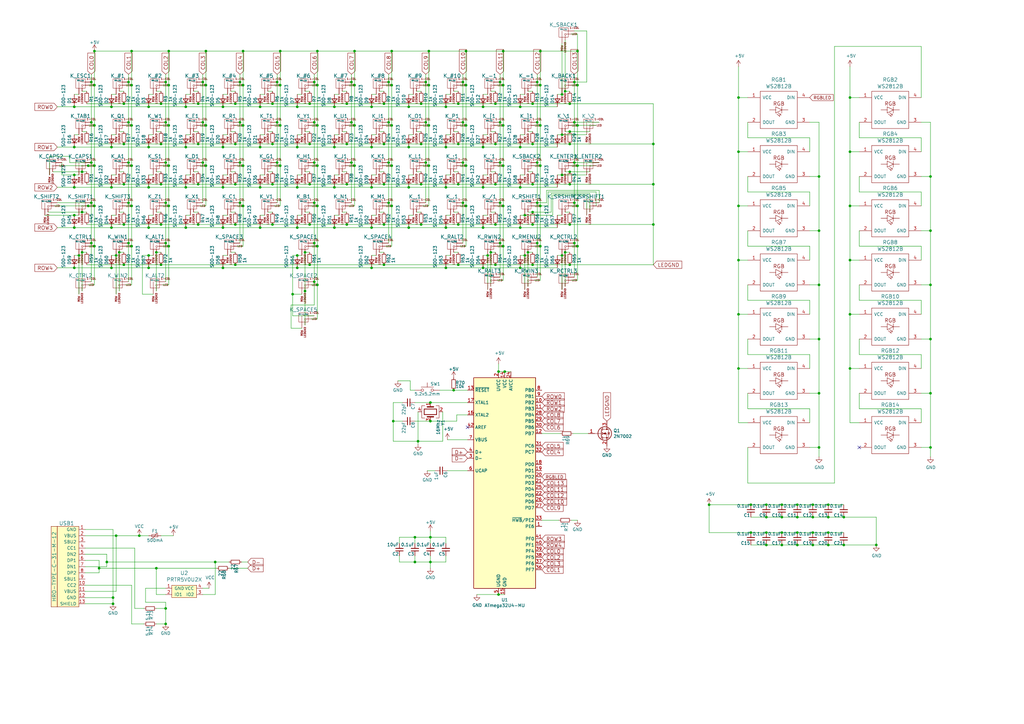
<source format=kicad_sch>
(kicad_sch (version 20230121) (generator eeschema)
  (paper "A3")
  (junction (at 111.76 59.055))
  (junction (at 130.175 100.965))
  (junction (at 84.455 67.945))
  (junction (at 45.72 93.345))
  (junction (at 145.415 20.955))
  (junction (at 45.72 76.835))
  (junction (at 53.975 34.925))
  (junction (at 159.385 83.185))
  (junction (at 348.615 40.005))
  (junction (at 38.735 51.435))
  (junction (at 128.905 66.675))
  (junction (at 182.88 43.815))
  (junction (at 64.135 103.505))
  (junction (at 53.975 51.435))
  (junction (at 84.455 20.955))
  (junction (at 142.24 92.075))
  (junction (at 160.655 51.435))
  (junction (at 144.145 50.165))
  (junction (at 167.64 76.835))
  (junction (at 37.465 66.675))
  (junction (at 231.775 103.505))
  (junction (at 205.105 83.185))
  (junction (at 346.075 212.09))
  (junction (at 172.72 75.565))
  (junction (at 96.52 108.585))
  (junction (at 76.2 76.835))
  (junction (at 37.465 33.655))
  (junction (at 213.36 43.815))
  (junction (at 106.68 60.325))
  (junction (at 125.095 119.38))
  (junction (at 218.44 92.075))
  (junction (at 206.375 84.455))
  (junction (at 218.44 86.995))
  (junction (at 52.705 66.675))
  (junction (at 84.455 34.925))
  (junction (at 114.935 67.945))
  (junction (at 381.635 183.515))
  (junction (at 142.24 42.545))
  (junction (at 67.945 99.695))
  (junction (at 175.895 67.945))
  (junction (at 233.68 42.545))
  (junction (at 81.28 92.075))
  (junction (at 53.975 84.455))
  (junction (at 171.45 180.975))
  (junction (at 213.36 60.325))
  (junction (at 198.12 76.835))
  (junction (at 60.96 43.815))
  (junction (at 48.895 103.505))
  (junction (at 236.855 34.925))
  (junction (at 302.895 40.005))
  (junction (at 182.88 109.855))
  (junction (at 98.425 83.185))
  (junction (at 235.585 66.675))
  (junction (at 114.935 51.435))
  (junction (at 302.895 62.23))
  (junction (at 47.625 104.775))
  (junction (at 233.68 59.055))
  (junction (at 381.635 94.615))
  (junction (at 157.48 108.585))
  (junction (at 45.72 60.325))
  (junction (at 145.415 51.435))
  (junction (at 128.905 115.57))
  (junction (at 67.945 249.555))
  (junction (at 96.52 59.055))
  (junction (at 320.675 223.52))
  (junction (at 203.2 92.075))
  (junction (at 60.96 76.835))
  (junction (at 40.64 233.045))
  (junction (at 152.4 60.325))
  (junction (at 218.44 59.055))
  (junction (at 170.18 220.345))
  (junction (at 235.585 33.655))
  (junction (at 381.635 72.39))
  (junction (at 130.175 84.455))
  (junction (at 191.135 84.455))
  (junction (at 176.53 165.1))
  (junction (at 189.865 50.165))
  (junction (at 182.88 76.835))
  (junction (at 69.215 67.945))
  (junction (at 113.665 50.165))
  (junction (at 52.705 50.165))
  (junction (at 230.505 104.775))
  (junction (at 111.76 92.075))
  (junction (at 205.105 99.695))
  (junction (at 113.665 33.655))
  (junction (at 120.015 120.65))
  (junction (at 128.905 83.185))
  (junction (at 33.655 103.505))
  (junction (at 111.76 75.565))
  (junction (at 231.775 37.465))
  (junction (at 174.625 50.165))
  (junction (at 157.48 75.565))
  (junction (at 267.97 92.075))
  (junction (at 206.375 100.965))
  (junction (at 203.2 75.565))
  (junction (at 121.92 76.835))
  (junction (at 50.8 42.545))
  (junction (at 191.135 67.945))
  (junction (at 144.145 33.655))
  (junction (at 60.96 104.775))
  (junction (at 314.325 207.01))
  (junction (at 128.905 99.695))
  (junction (at 53.975 20.955))
  (junction (at 160.655 20.955))
  (junction (at 81.28 59.055))
  (junction (at 137.16 76.835))
  (junction (at 220.345 83.185))
  (junction (at 91.44 109.855))
  (junction (at 76.2 60.325))
  (junction (at 157.48 59.055))
  (junction (at 157.48 92.075))
  (junction (at 91.44 60.325))
  (junction (at 216.535 103.505))
  (junction (at 335.915 116.84))
  (junction (at 98.425 33.655))
  (junction (at 327.025 207.01))
  (junction (at 174.625 66.675))
  (junction (at 157.48 42.545))
  (junction (at 200.025 104.775))
  (junction (at 43.815 230.505))
  (junction (at 176.53 220.345))
  (junction (at 52.705 83.185))
  (junction (at 37.465 99.695))
  (junction (at 221.615 51.435))
  (junction (at 69.215 84.455))
  (junction (at 236.855 51.435))
  (junction (at 121.92 93.345))
  (junction (at 327.025 212.09))
  (junction (at 38.735 67.945))
  (junction (at 83.185 50.165))
  (junction (at 220.345 50.165))
  (junction (at 170.18 230.505))
  (junction (at 172.72 92.075))
  (junction (at 46.355 245.11))
  (junction (at 111.76 42.545))
  (junction (at 236.855 67.945))
  (junction (at 236.855 84.455))
  (junction (at 76.2 93.345))
  (junction (at 53.975 100.965))
  (junction (at 198.12 43.815))
  (junction (at 348.615 151.13))
  (junction (at 381.635 116.84))
  (junction (at 204.47 152.4))
  (junction (at 91.44 76.835))
  (junction (at 67.945 66.675))
  (junction (at 114.935 34.925))
  (junction (at 218.44 108.585))
  (junction (at 50.8 108.585))
  (junction (at 339.725 207.01))
  (junction (at 37.465 50.165))
  (junction (at 66.04 59.055))
  (junction (at 302.895 151.13))
  (junction (at 125.095 103.505))
  (junction (at 99.695 67.945))
  (junction (at 60.96 93.345))
  (junction (at 290.83 207.01))
  (junction (at 81.28 42.545))
  (junction (at 167.64 43.815))
  (junction (at 96.52 92.075))
  (junction (at 36.195 84.455))
  (junction (at 320.675 218.44))
  (junction (at 175.895 51.435))
  (junction (at 189.865 66.675))
  (junction (at 127 108.585))
  (junction (at 60.96 60.325))
  (junction (at 167.64 93.345))
  (junction (at 307.975 207.01))
  (junction (at 333.375 218.44))
  (junction (at 128.905 50.165))
  (junction (at 38.735 34.925))
  (junction (at 30.48 76.835))
  (junction (at 53.975 67.945))
  (junction (at 160.655 67.945))
  (junction (at 99.695 34.925))
  (junction (at 220.345 66.675))
  (junction (at 191.135 34.925))
  (junction (at 302.895 106.68))
  (junction (at 233.68 75.565))
  (junction (at 69.215 20.955))
  (junction (at 98.425 66.675))
  (junction (at 314.325 212.09))
  (junction (at 198.12 109.855))
  (junction (at 187.96 92.075))
  (junction (at 320.675 212.09))
  (junction (at 30.48 43.815))
  (junction (at 176.53 172.72))
  (junction (at 233.68 108.585))
  (junction (at 50.8 92.075))
  (junction (at 83.185 33.655))
  (junction (at 201.295 103.505))
  (junction (at 205.105 33.655))
  (junction (at 320.675 207.01))
  (junction (at 233.68 92.075))
  (junction (at 161.29 172.72))
  (junction (at 203.2 108.585))
  (junction (at 381.635 139.065))
  (junction (at 302.895 128.905))
  (junction (at 137.16 43.815))
  (junction (at 50.8 75.565))
  (junction (at 30.48 93.345))
  (junction (at 67.945 83.185))
  (junction (at 130.175 51.435))
  (junction (at 348.615 62.23))
  (junction (at 66.04 75.565))
  (junction (at 327.025 223.52))
  (junction (at 57.15 219.71))
  (junction (at 38.735 20.955))
  (junction (at 67.945 255.905))
  (junction (at 127 42.545))
  (junction (at 30.48 88.265))
  (junction (at 176.53 230.505))
  (junction (at 175.895 34.925))
  (junction (at 335.915 161.29))
  (junction (at 198.12 93.345))
  (junction (at 307.975 218.44))
  (junction (at 189.865 33.655))
  (junction (at 113.665 66.675))
  (junction (at 220.345 99.695))
  (junction (at 130.175 34.925))
  (junction (at 47.625 219.71))
  (junction (at 159.385 50.165))
  (junction (at 359.41 223.52))
  (junction (at 333.375 207.01))
  (junction (at 215.265 88.265))
  (junction (at 106.68 93.345))
  (junction (at 69.215 51.435))
  (junction (at 37.465 83.185))
  (junction (at 130.175 67.945))
  (junction (at 83.185 66.675))
  (junction (at 128.905 33.655))
  (junction (at 213.36 109.855))
  (junction (at 191.135 51.435))
  (junction (at 130.175 20.955))
  (junction (at 99.695 20.955))
  (junction (at 130.175 116.84))
  (junction (at 121.92 43.815))
  (junction (at 121.92 109.855))
  (junction (at 335.915 94.615))
  (junction (at 99.695 84.455))
  (junction (at 221.615 67.945))
  (junction (at 67.945 33.655))
  (junction (at 69.215 100.965))
  (junction (at 38.735 84.455))
  (junction (at 189.865 83.185))
  (junction (at 36.195 67.945))
  (junction (at 213.36 93.345))
  (junction (at 218.44 75.565))
  (junction (at 346.075 223.52))
  (junction (at 314.325 218.44))
  (junction (at 187.96 59.055))
  (junction (at 327.025 218.44))
  (junction (at 348.615 128.905))
  (junction (at 52.705 99.695))
  (junction (at 145.415 34.925))
  (junction (at 145.415 67.945))
  (junction (at 206.375 51.435))
  (junction (at 267.97 75.565))
  (junction (at 46.355 247.65))
  (junction (at 235.585 83.185))
  (junction (at 230.505 55.245))
  (junction (at 333.375 223.52))
  (junction (at 233.68 53.975))
  (junction (at 142.24 59.055))
  (junction (at 142.24 75.565))
  (junction (at 76.2 43.815))
  (junction (at 381.635 161.29))
  (junction (at 98.425 50.165))
  (junction (at 121.92 104.775))
  (junction (at 339.725 218.44))
  (junction (at 335.915 72.39))
  (junction (at 215.265 104.775))
  (junction (at 33.655 86.995))
  (junction (at 66.04 42.545))
  (junction (at 207.01 152.4))
  (junction (at 230.505 71.755))
  (junction (at 91.44 93.345))
  (junction (at 159.385 33.655))
  (junction (at 198.12 60.325))
  (junction (at 96.52 75.565))
  (junction (at 235.585 50.165))
  (junction (at 235.585 99.695))
  (junction (at 302.895 84.455))
  (junction (at 236.855 20.955))
  (junction (at 220.345 33.655))
  (junction (at 127 92.075))
  (junction (at 33.655 70.485))
  (junction (at 187.96 75.565))
  (junction (at 174.625 33.655))
  (junction (at 137.16 60.325))
  (junction (at 339.725 223.52))
  (junction (at 314.325 223.52))
  (junction (at 339.725 212.09))
  (junction (at 152.4 109.855))
  (junction (at 127 75.565))
  (junction (at 204.47 243.84))
  (junction (at 114.935 20.955))
  (junction (at 137.16 93.345))
  (junction (at 186.055 160.02))
  (junction (at 152.4 43.815))
  (junction (at 152.4 93.345))
  (junction (at 121.92 60.325))
  (junction (at 221.615 20.955))
  (junction (at 205.105 66.675))
  (junction (at 203.2 42.545))
  (junction (at 144.145 66.675))
  (junction (at 160.655 84.455))
  (junction (at 172.72 59.055))
  (junction (at 66.04 92.075))
  (junction (at 50.8 59.055))
  (junction (at 88.265 230.505))
  (junction (at 96.52 42.545))
  (junction (at 64.135 233.045))
  (junction (at 333.375 212.09))
  (junction (at 187.96 108.585))
  (junction (at 127 59.055))
  (junction (at 81.28 75.565))
  (junction (at 30.48 71.755))
  (junction (at 30.48 60.325))
  (junction (at 167.64 60.325))
  (junction (at 30.48 109.855))
  (junction (at 236.855 100.965))
  (junction (at 91.44 43.815))
  (junction (at 221.615 84.455))
  (junction (at 159.385 66.675))
  (junction (at 67.945 50.165))
  (junction (at 335.915 183.515))
  (junction (at 203.2 59.055))
  (junction (at 60.96 109.855))
  (junction (at 206.375 34.925))
  (junction (at 348.615 84.455))
  (junction (at 221.615 34.925))
  (junction (at 206.375 20.955))
  (junction (at 32.385 104.775))
  (junction (at 348.615 106.68))
  (junction (at 160.655 34.925))
  (junction (at 172.72 42.545))
  (junction (at 182.88 60.325))
  (junction (at 38.735 100.965))
  (junction (at 175.895 20.955))
  (junction (at 69.215 34.925))
  (junction (at 335.915 139.065))
  (junction (at 106.68 43.815))
  (junction (at 99.695 51.435))
  (junction (at 218.44 42.545))
  (junction (at 213.36 76.835))
  (junction (at 221.615 100.965))
  (junction (at 205.105 50.165))
  (junction (at 45.72 109.855))
  (junction (at 233.68 70.485))
  (junction (at 267.97 59.055))
  (junction (at 45.72 43.815))
  (junction (at 206.375 67.945))
  (junction (at 66.04 108.585))
  (junction (at 84.455 51.435))
  (junction (at 106.68 76.835))
  (junction (at 191.135 20.955))
  (junction (at 52.705 33.655))
  (junction (at 182.88 93.345))
  (junction (at 187.96 42.545))
  (junction (at 230.505 38.735))
  (junction (at 152.4 76.835))
  (no_connect (at 191.77 175.26))
  (no_connect (at 352.425 183.515))
  (wire (pts (xy 113.665 33.655) (xy 113.665 50.165)))
  (wire (pts (xy 352.425 145.415) (xy 377.825 145.415)))
  (wire (pts (xy 167.64 93.345) (xy 182.88 93.345)))
  (wire (pts (xy 342.265 198.12) (xy 342.265 19.05)))
  (wire (pts (xy 236.855 51.435) (xy 234.315 51.435)))
  (wire (pts (xy 130.175 84.455) (xy 130.175 100.965)))
  (wire (pts (xy 83.185 243.84) (xy 88.265 243.84)))
  (wire (pts (xy 306.705 78.74) (xy 332.105 78.74)))
  (wire (pts (xy 81.28 53.975) (xy 79.375 53.975)))
  (wire (pts (xy 130.175 130.81) (xy 127.635 130.81)))
  (wire (pts (xy 168.275 160.02) (xy 170.18 160.02)))
  (wire (pts (xy 306.705 139.065) (xy 306.705 145.415)))
  (wire (pts (xy 172.72 92.075) (xy 187.96 92.075)))
  (wire (pts (xy 198.12 104.775) (xy 200.025 104.775)))
  (wire (pts (xy 205.105 113.665) (xy 205.105 99.695)))
  (wire (pts (xy 130.175 34.925) (xy 130.175 51.435)))
  (wire (pts (xy 32.385 104.775) (xy 32.385 120.65)))
  (wire (pts (xy 67.945 30.48) (xy 67.945 33.655)))
  (wire (pts (xy 127 108.585) (xy 157.48 108.585)))
  (wire (pts (xy 161.29 165.1) (xy 161.29 172.72)))
  (wire (pts (xy 142.24 70.485) (xy 140.335 70.485)))
  (wire (pts (xy 121.92 60.325) (xy 137.16 60.325)))
  (wire (pts (xy 348.615 128.905) (xy 352.425 128.905)))
  (wire (pts (xy 111.76 59.055) (xy 127 59.055)))
  (wire (pts (xy 352.425 94.615) (xy 352.425 100.965)))
  (wire (pts (xy 381.635 161.29) (xy 381.635 139.065)))
  (wire (pts (xy 307.975 212.09) (xy 314.325 212.09)))
  (wire (pts (xy 30.48 109.855) (xy 45.72 109.855)))
  (wire (pts (xy 381.635 72.39) (xy 377.825 72.39)))
  (wire (pts (xy 187.96 86.995) (xy 186.055 86.995)))
  (wire (pts (xy 159.385 50.165) (xy 159.385 66.675)))
  (wire (pts (xy 60.96 38.735) (xy 62.865 38.735)))
  (wire (pts (xy 157.48 42.545) (xy 172.72 42.545)))
  (wire (pts (xy 302.895 62.23) (xy 306.705 62.23)))
  (wire (pts (xy 213.36 93.345) (xy 228.6 93.345)))
  (wire (pts (xy 213.36 104.775) (xy 215.265 104.775)))
  (wire (pts (xy 55.245 224.79) (xy 55.245 249.555)))
  (wire (pts (xy 229.235 213.36) (xy 222.25 213.36)))
  (wire (pts (xy 314.325 218.44) (xy 307.975 218.44)))
  (wire (pts (xy 145.415 34.925) (xy 145.415 51.435)))
  (wire (pts (xy 163.83 230.505) (xy 170.18 230.505)))
  (wire (pts (xy 163.83 220.345) (xy 170.18 220.345)))
  (wire (pts (xy 35.56 53.975) (xy 33.655 53.975)))
  (wire (pts (xy 23.495 76.835) (xy 30.48 76.835)))
  (wire (pts (xy 236.855 13.97) (xy 234.315 13.97)))
  (wire (pts (xy 204.47 243.84) (xy 207.01 243.84)))
  (wire (pts (xy 302.895 106.68) (xy 302.895 128.905)))
  (wire (pts (xy 221.615 100.965) (xy 219.075 100.965)))
  (wire (pts (xy 332.105 94.615) (xy 335.915 94.615)))
  (wire (pts (xy 233.68 59.055) (xy 267.97 59.055)))
  (wire (pts (xy 160.655 67.945) (xy 158.115 67.945)))
  (wire (pts (xy 175.895 67.945) (xy 175.895 84.455)))
  (wire (pts (xy 352.425 40.005) (xy 348.615 40.005)))
  (wire (pts (xy 306.705 56.515) (xy 332.105 56.515)))
  (wire (pts (xy 64.135 249.555) (xy 67.945 249.555)))
  (wire (pts (xy 377.825 145.415) (xy 377.825 151.13)))
  (wire (pts (xy 30.48 60.325) (xy 45.72 60.325)))
  (wire (pts (xy 67.945 83.185) (xy 67.945 99.695)))
  (wire (pts (xy 121.92 88.265) (xy 123.825 88.265)))
  (wire (pts (xy 213.36 109.855) (xy 228.6 109.855)))
  (wire (pts (xy 170.18 220.345) (xy 170.18 222.885)))
  (wire (pts (xy 167.64 60.325) (xy 182.88 60.325)))
  (wire (pts (xy 106.68 55.245) (xy 108.585 55.245)))
  (wire (pts (xy 189.865 83.185) (xy 189.865 99.695)))
  (wire (pts (xy 66.04 86.995) (xy 64.135 86.995)))
  (wire (pts (xy 161.29 172.72) (xy 165.1 172.72)))
  (wire (pts (xy 91.44 88.265) (xy 93.345 88.265)))
  (wire (pts (xy 302.895 128.905) (xy 306.705 128.905)))
  (wire (pts (xy 45.72 109.855) (xy 60.96 109.855)))
  (wire (pts (xy 230.505 104.775) (xy 230.505 118.745)))
  (wire (pts (xy 99.695 67.945) (xy 99.695 84.455)))
  (wire (pts (xy 182.88 220.345) (xy 182.88 222.885)))
  (wire (pts (xy 142.24 59.055) (xy 157.48 59.055)))
  (wire (pts (xy 221.615 51.435) (xy 219.075 51.435)))
  (wire (pts (xy 233.68 86.995) (xy 231.775 86.995)))
  (wire (pts (xy 60.96 109.855) (xy 91.44 109.855)))
  (wire (pts (xy 163.83 230.505) (xy 163.83 227.965)))
  (wire (pts (xy 127 103.505) (xy 125.095 103.505)))
  (wire (pts (xy 47.625 219.71) (xy 47.625 242.57)))
  (wire (pts (xy 113.665 30.48) (xy 113.665 33.655)))
  (wire (pts (xy 174.625 66.675) (xy 174.625 83.185)))
  (wire (pts (xy 99.695 100.965) (xy 97.155 100.965)))
  (wire (pts (xy 64.135 103.505) (xy 66.04 103.505)))
  (wire (pts (xy 306.705 72.39) (xy 306.705 78.74)))
  (wire (pts (xy 130.175 20.955) (xy 130.175 34.925)))
  (wire (pts (xy 66.04 37.465) (xy 64.135 37.465)))
  (wire (pts (xy 352.425 100.965) (xy 377.825 100.965)))
  (wire (pts (xy 60.96 76.835) (xy 76.2 76.835)))
  (wire (pts (xy 55.245 249.555) (xy 59.055 249.555)))
  (wire (pts (xy 167.64 71.755) (xy 169.545 71.755)))
  (wire (pts (xy 213.36 60.325) (xy 228.6 60.325)))
  (wire (pts (xy 333.375 223.52) (xy 327.025 223.52)))
  (wire (pts (xy 163.195 156.21) (xy 168.275 156.21)))
  (wire (pts (xy 157.48 103.505) (xy 155.575 103.505)))
  (wire (pts (xy 339.725 207.01) (xy 346.075 207.01)))
  (wire (pts (xy 37.465 83.185) (xy 23.495 83.185)))
  (wire (pts (xy 38.735 84.455) (xy 38.735 100.965)))
  (wire (pts (xy 40.64 233.045) (xy 40.64 234.95)))
  (wire (pts (xy 111.76 70.485) (xy 109.855 70.485)))
  (wire (pts (xy 35.56 42.545) (xy 50.8 42.545)))
  (wire (pts (xy 218.44 42.545) (xy 233.68 42.545)))
  (wire (pts (xy 306.705 40.005) (xy 302.895 40.005)))
  (wire (pts (xy 25.4 71.755) (xy 30.48 71.755)))
  (wire (pts (xy 121.92 38.735) (xy 123.825 38.735)))
  (wire (pts (xy 52.705 83.185) (xy 52.705 99.695)))
  (wire (pts (xy 175.895 51.435) (xy 173.355 51.435)))
  (wire (pts (xy 333.375 218.44) (xy 327.025 218.44)))
  (wire (pts (xy 267.97 92.075) (xy 267.97 108.585)))
  (wire (pts (xy 186.055 160.02) (xy 191.77 160.02)))
  (wire (pts (xy 233.68 70.485) (xy 231.775 70.485)))
  (wire (pts (xy 377.825 19.05) (xy 377.825 40.005)))
  (wire (pts (xy 381.635 94.615) (xy 381.635 72.39)))
  (wire (pts (xy 67.945 33.655) (xy 67.945 50.165)))
  (wire (pts (xy 152.4 93.345) (xy 167.64 93.345)))
  (wire (pts (xy 306.705 167.64) (xy 332.105 167.64)))
  (wire (pts (xy 332.105 100.965) (xy 332.105 106.68)))
  (wire (pts (xy 157.48 92.075) (xy 172.72 92.075)))
  (wire (pts (xy 203.2 37.465) (xy 201.295 37.465)))
  (wire (pts (xy 67.945 243.84) (xy 64.135 243.84)))
  (wire (pts (xy 200.025 104.775) (xy 200.025 118.745)))
  (wire (pts (xy 34.925 224.79) (xy 55.245 224.79)))
  (wire (pts (xy 221.615 34.925) (xy 221.615 51.435)))
  (wire (pts (xy 220.345 83.185) (xy 220.345 66.675)))
  (wire (pts (xy 127 42.545) (xy 142.24 42.545)))
  (wire (pts (xy 377.825 56.515) (xy 377.825 62.23)))
  (wire (pts (xy 60.96 88.265) (xy 62.865 88.265)))
  (wire (pts (xy 114.935 20.955) (xy 114.935 34.925)))
  (wire (pts (xy 352.425 72.39) (xy 352.425 78.74)))
  (wire (pts (xy 218.44 103.505) (xy 216.535 103.505)))
  (wire (pts (xy 69.215 51.435) (xy 69.215 67.945)))
  (wire (pts (xy 130.175 67.945) (xy 130.175 84.455)))
  (wire (pts (xy 142.24 86.995) (xy 140.335 86.995)))
  (wire (pts (xy 348.615 62.23) (xy 348.615 84.455)))
  (wire (pts (xy 163.83 222.885) (xy 163.83 220.345)))
  (wire (pts (xy 114.935 51.435) (xy 112.395 51.435)))
  (wire (pts (xy 348.615 151.13) (xy 352.425 151.13)))
  (wire (pts (xy 241.935 79.375) (xy 226.06 79.375)))
  (wire (pts (xy 81.28 92.075) (xy 96.52 92.075)))
  (wire (pts (xy 96.52 53.975) (xy 94.615 53.975)))
  (wire (pts (xy 198.12 43.815) (xy 213.36 43.815)))
  (wire (pts (xy 335.915 72.39) (xy 332.105 72.39)))
  (wire (pts (xy 34.925 232.41) (xy 43.815 232.41)))
  (wire (pts (xy 91.44 60.325) (xy 106.68 60.325)))
  (wire (pts (xy 235.585 50.165) (xy 235.585 66.675)))
  (wire (pts (xy 189.865 30.48) (xy 189.865 33.655)))
  (wire (pts (xy 218.44 75.565) (xy 233.68 75.565)))
  (wire (pts (xy 58.42 104.775) (xy 60.96 104.775)))
  (wire (pts (xy 38.735 100.965) (xy 38.735 116.84)))
  (wire (pts (xy 96.52 42.545) (xy 111.76 42.545)))
  (wire (pts (xy 91.44 93.345) (xy 106.68 93.345)))
  (wire (pts (xy 38.735 34.925) (xy 38.735 51.435)))
  (wire (pts (xy 62.865 120.65) (xy 58.42 120.65)))
  (wire (pts (xy 120.015 104.775) (xy 121.92 104.775)))
  (wire (pts (xy 45.72 93.345) (xy 60.96 93.345)))
  (wire (pts (xy 152.4 104.775) (xy 154.305 104.775)))
  (wire (pts (xy 187.96 92.075) (xy 203.2 92.075)))
  (wire (pts (xy 35.56 86.995) (xy 33.655 86.995)))
  (wire (pts (xy 221.615 84.455) (xy 221.615 100.965)))
  (wire (pts (xy 191.135 100.965) (xy 188.595 100.965)))
  (wire (pts (xy 236.855 34.925) (xy 236.855 51.435)))
  (wire (pts (xy 96.52 108.585) (xy 127 108.585)))
  (wire (pts (xy 175.895 67.945) (xy 173.355 67.945)))
  (wire (pts (xy 171.45 180.975) (xy 171.45 182.245)))
  (wire (pts (xy 348.615 62.23) (xy 352.425 62.23)))
  (wire (pts (xy 175.895 84.455) (xy 173.355 84.455)))
  (wire (pts (xy 113.665 66.675) (xy 113.665 83.185)))
  (wire (pts (xy 96.52 103.505) (xy 94.615 103.505)))
  (wire (pts (xy 201.295 117.475) (xy 201.295 103.505)))
  (wire (pts (xy 45.72 71.755) (xy 47.625 71.755)))
  (wire (pts (xy 46.355 247.65) (xy 34.925 247.65)))
  (wire (pts (xy 23.495 93.345) (xy 30.48 93.345)))
  (wire (pts (xy 159.385 66.675) (xy 159.385 83.185)))
  (wire (pts (xy 352.425 116.84) (xy 352.425 123.19)))
  (wire (pts (xy 187.96 53.975) (xy 186.055 53.975)))
  (wire (pts (xy 236.855 51.435) (xy 236.855 67.945)))
  (wire (pts (xy 228.6 104.775) (xy 230.505 104.775)))
  (wire (pts (xy 152.4 43.815) (xy 167.64 43.815)))
  (wire (pts (xy 59.69 247.015) (xy 59.69 241.3)))
  (wire (pts (xy 76.2 43.815) (xy 91.44 43.815)))
  (wire (pts (xy 213.36 38.735) (xy 215.265 38.735)))
  (wire (pts (xy 213.36 71.755) (xy 215.265 71.755)))
  (wire (pts (xy 125.095 103.505) (xy 125.095 119.38)))
  (wire (pts (xy 50.8 75.565) (xy 66.04 75.565)))
  (wire (pts (xy 191.135 67.945) (xy 191.135 84.455)))
  (wire (pts (xy 218.44 108.585) (xy 203.2 108.585)))
  (wire (pts (xy 99.695 20.955) (xy 114.935 20.955)))
  (wire (pts (xy 130.175 20.955) (xy 145.415 20.955)))
  (wire (pts (xy 335.915 183.515) (xy 335.915 161.29)))
  (wire (pts (xy 69.215 116.84) (xy 69.215 100.965)))
  (wire (pts (xy 106.68 71.755) (xy 108.585 71.755)))
  (wire (pts (xy 198.12 71.755) (xy 200.025 71.755)))
  (wire (pts (xy 218.44 86.995) (xy 216.535 86.995)))
  (wire (pts (xy 170.18 227.965) (xy 170.18 230.505)))
  (wire (pts (xy 142.24 37.465) (xy 140.335 37.465)))
  (wire (pts (xy 30.48 71.755) (xy 32.385 71.755)))
  (wire (pts (xy 99.06 230.505) (xy 101.6 230.505)))
  (wire (pts (xy 127 92.075) (xy 142.24 92.075)))
  (wire (pts (xy 157.48 59.055) (xy 172.72 59.055)))
  (wire (pts (xy 142.24 75.565) (xy 157.48 75.565)))
  (wire (pts (xy 187.96 70.485) (xy 186.055 70.485)))
  (wire (pts (xy 233.68 53.975) (xy 231.775 53.975)))
  (wire (pts (xy 66.04 108.585) (xy 96.52 108.585)))
  (wire (pts (xy 203.2 75.565) (xy 218.44 75.565)))
  (wire (pts (xy 236.855 114.935) (xy 236.855 100.965)))
  (wire (pts (xy 52.705 30.48) (xy 52.705 33.655)))
  (wire (pts (xy 119.38 134.62) (xy 123.825 134.62)))
  (wire (pts (xy 381.635 116.84) (xy 381.635 94.615)))
  (wire (pts (xy 23.495 43.815) (xy 30.48 43.815)))
  (wire (pts (xy 127 75.565) (xy 142.24 75.565)))
  (wire (pts (xy 175.895 20.955) (xy 191.135 20.955)))
  (wire (pts (xy 53.975 84.455) (xy 51.435 84.455)))
  (wire (pts (xy 38.735 100.965) (xy 36.195 100.965)))
  (wire (pts (xy 302.895 62.23) (xy 302.895 84.455)))
  (wire (pts (xy 167.64 88.265) (xy 169.545 88.265)))
  (wire (pts (xy 175.895 34.925) (xy 175.895 51.435)))
  (wire (pts (xy 96.52 37.465) (xy 94.615 37.465)))
  (wire (pts (xy 226.06 86.995) (xy 218.44 86.995)))
  (wire (pts (xy 64.135 243.84) (xy 64.135 233.045)))
  (wire (pts (xy 332.105 145.415) (xy 332.105 151.13)))
  (wire (pts (xy 37.465 33.655) (xy 37.465 50.165)))
  (wire (pts (xy 206.375 67.945) (xy 203.835 67.945)))
  (wire (pts (xy 50.8 53.975) (xy 48.895 53.975)))
  (wire (pts (xy 187.96 103.505) (xy 186.055 103.505)))
  (wire (pts (xy 182.88 38.735) (xy 184.785 38.735)))
  (wire (pts (xy 36.195 34.925) (xy 38.735 34.925)))
  (wire (pts (xy 245.745 83.185) (xy 245.745 78.105)))
  (wire (pts (xy 47.625 242.57) (xy 34.925 242.57)))
  (wire (pts (xy 152.4 109.855) (xy 182.88 109.855)))
  (wire (pts (xy 45.72 38.735) (xy 47.625 38.735)))
  (wire (pts (xy 66.04 108.585) (xy 50.8 108.585)))
  (wire (pts (xy 314.325 207.01) (xy 320.675 207.01)))
  (wire (pts (xy 174.625 33.655) (xy 174.625 50.165)))
  (wire (pts (xy 35.56 37.465) (xy 33.655 37.465)))
  (wire (pts (xy 381.635 139.065) (xy 377.825 139.065)))
  (wire (pts (xy 206.375 84.455) (xy 206.375 100.965)))
  (wire (pts (xy 235.585 66.675) (xy 245.745 66.675)))
  (wire (pts (xy 213.36 76.835) (xy 228.6 76.835)))
  (wire (pts (xy 69.215 67.945) (xy 66.675 67.945)))
  (wire (pts (xy 191.135 20.955) (xy 191.135 34.925)))
  (wire (pts (xy 160.655 100.965) (xy 158.115 100.965)))
  (wire (pts (xy 69.215 67.945) (xy 69.215 84.455)))
  (wire (pts (xy 113.665 50.165) (xy 113.665 66.675)))
  (wire (pts (xy 160.655 51.435) (xy 160.655 67.945)))
  (wire (pts (xy 230.505 71.755) (xy 240.665 71.755)))
  (wire (pts (xy 339.725 223.52) (xy 333.375 223.52)))
  (wire (pts (xy 213.36 43.815) (xy 228.6 43.815)))
  (wire (pts (xy 377.825 100.965) (xy 377.825 106.68)))
  (wire (pts (xy 81.28 59.055) (xy 96.52 59.055)))
  (wire (pts (xy 106.68 43.815) (xy 121.92 43.815)))
  (wire (pts (xy 35.56 92.075) (xy 50.8 92.075)))
  (wire (pts (xy 45.72 60.325) (xy 60.96 60.325)))
  (wire (pts (xy 114.935 34.925) (xy 112.395 34.925)))
  (wire (pts (xy 99.695 34.925) (xy 99.695 51.435)))
  (wire (pts (xy 205.105 30.48) (xy 205.105 33.655)))
  (wire (pts (xy 144.145 66.675) (xy 144.145 83.185)))
  (wire (pts (xy 206.375 34.925) (xy 203.835 34.925)))
  (wire (pts (xy 160.655 84.455) (xy 160.655 100.965)))
  (wire (pts (xy 45.72 104.775) (xy 47.625 104.775)))
  (wire (pts (xy 159.385 99.695) (xy 159.385 83.185)))
  (wire (pts (xy 236.855 84.455) (xy 234.315 84.455)))
  (wire (pts (xy 218.44 92.075) (xy 233.68 92.075)))
  (wire (pts (xy 106.68 88.265) (xy 108.585 88.265)))
  (wire (pts (xy 121.92 43.815) (xy 137.16 43.815)))
  (wire (pts (xy 182.88 76.835) (xy 198.12 76.835)))
  (wire (pts (xy 160.655 67.945) (xy 160.655 84.455)))
  (wire (pts (xy 302.895 151.13) (xy 306.705 151.13)))
  (wire (pts (xy 203.2 92.075) (xy 218.44 92.075)))
  (wire (pts (xy 191.135 84.455) (xy 188.595 84.455)))
  (wire (pts (xy 114.935 84.455) (xy 112.395 84.455)))
  (wire (pts (xy 332.105 56.515) (xy 332.105 62.23)))
  (wire (pts (xy 182.88 109.855) (xy 198.12 109.855)))
  (wire (pts (xy 335.915 72.39) (xy 335.915 50.165)))
  (wire (pts (xy 67.945 247.015) (xy 59.69 247.015)))
  (wire (pts (xy 172.72 53.975) (xy 170.815 53.975)))
  (wire (pts (xy 240.665 55.245) (xy 230.505 55.245)))
  (wire (pts (xy 111.76 37.465) (xy 109.855 37.465)))
  (wire (pts (xy 233.68 92.075) (xy 267.97 92.075)))
  (wire (pts (xy 127 70.485) (xy 125.095 70.485)))
  (wire (pts (xy 221.615 51.435) (xy 221.615 67.945)))
  (wire (pts (xy 18.415 88.265) (xy 30.48 88.265)))
  (wire (pts (xy 130.175 51.435) (xy 127.635 51.435)))
  (wire (pts (xy 52.705 66.675) (xy 52.705 83.185)))
  (wire (pts (xy 233.68 103.505) (xy 231.775 103.505)))
  (wire (pts (xy 359.41 223.52) (xy 346.075 223.52)))
  (wire (pts (xy 98.425 50.165) (xy 98.425 66.675)))
  (wire (pts (xy 20.32 64.135) (xy 20.32 71.755)))
  (wire (pts (xy 67.945 255.905) (xy 64.135 255.905)))
  (wire (pts (xy 144.145 33.655) (xy 144.145 50.165)))
  (wire (pts (xy 206.375 51.435) (xy 206.375 67.945)))
  (wire (pts (xy 53.975 20.955) (xy 53.975 34.925)))
  (wire (pts (xy 348.615 40.005) (xy 348.615 27.305)))
  (wire (pts (xy 167.64 38.735) (xy 169.545 38.735)))
  (wire (pts (xy 114.935 34.925) (xy 114.935 51.435)))
  (wire (pts (xy 53.975 34.925) (xy 51.435 34.925)))
  (wire (pts (xy 53.975 100.965) (xy 51.435 100.965)))
  (wire (pts (xy 205.105 83.185) (xy 205.105 99.695)))
  (wire (pts (xy 120.015 129.54) (xy 120.015 120.65)))
  (wire (pts (xy 381.635 183.515) (xy 381.635 161.29)))
  (wire (pts (xy 99.695 51.435) (xy 99.695 67.945)))
  (wire (pts (xy 128.905 129.54) (xy 120.015 129.54)))
  (wire (pts (xy 306.705 100.965) (xy 332.105 100.965)))
  (wire (pts (xy 99.695 20.955) (xy 99.695 34.925)))
  (wire (pts (xy 306.705 123.19) (xy 332.105 123.19)))
  (wire (pts (xy 218.44 70.485) (xy 216.535 70.485)))
  (wire (pts (xy 320.675 218.44) (xy 314.325 218.44)))
  (wire (pts (xy 381.635 72.39) (xy 381.635 50.165)))
  (wire (pts (xy 352.425 167.64) (xy 377.825 167.64)))
  (wire (pts (xy 176.53 172.72) (xy 170.18 172.72)))
  (wire (pts (xy 216.535 103.505) (xy 216.535 117.475)))
  (wire (pts (xy 234.95 177.8) (xy 241.3 177.8)))
  (wire (pts (xy 235.585 33.655) (xy 235.585 50.165)))
  (wire (pts (xy 236.855 20.955) (xy 236.855 34.925)))
  (wire (pts (xy 204.47 152.4) (xy 207.01 152.4)))
  (wire (pts (xy 235.585 83.185) (xy 235.585 99.695)))
  (wire (pts (xy 187.325 170.18) (xy 187.325 172.72)))
  (wire (pts (xy 34.925 219.71) (xy 47.625 219.71)))
  (wire (pts (xy 30.48 76.835) (xy 45.72 76.835)))
  (wire (pts (xy 348.615 128.905) (xy 348.615 151.13)))
  (wire (pts (xy 128.905 99.695) (xy 128.905 115.57)))
  (wire (pts (xy 36.195 67.945) (xy 38.735 67.945)))
  (wire (pts (xy 218.44 53.975) (xy 216.535 53.975)))
  (wire (pts (xy 85.725 241.3) (xy 83.185 241.3)))
  (wire (pts (xy 245.745 78.105) (xy 224.155 78.105)))
  (wire (pts (xy 66.04 75.565) (xy 81.28 75.565)))
  (wire (pts (xy 218.44 37.465) (xy 216.535 37.465)))
  (wire (pts (xy 91.44 104.775) (xy 93.345 104.775)))
  (wire (pts (xy 335.915 183.515) (xy 335.915 187.325)))
  (wire (pts (xy 130.175 116.84) (xy 130.175 130.81)))
  (wire (pts (xy 91.44 38.735) (xy 93.345 38.735)))
  (wire (pts (xy 332.105 78.74) (xy 332.105 84.455)))
  (wire (pts (xy 381.635 139.065) (xy 381.635 116.84)))
  (wire (pts (xy 69.215 51.435) (xy 66.675 51.435)))
  (wire (pts (xy 137.16 71.755) (xy 139.065 71.755)))
  (wire (pts (xy 128.905 125.095) (xy 119.38 125.095)))
  (wire (pts (xy 191.135 84.455) (xy 191.135 100.965)))
  (wire (pts (xy 83.185 30.48) (xy 83.185 33.655)))
  (wire (pts (xy 359.41 212.09) (xy 359.41 223.52)))
  (wire (pts (xy 167.64 55.245) (xy 169.545 55.245)))
  (wire (pts (xy 28.575 66.675) (xy 28.575 64.135)))
  (wire (pts (xy 161.29 172.72) (xy 161.29 180.975)))
  (wire (pts (xy 167.64 76.835) (xy 182.88 76.835)))
  (wire (pts (xy 35.56 103.505) (xy 33.655 103.505)))
  (wire (pts (xy 235.585 30.48) (xy 235.585 33.655)))
  (wire (pts (xy 224.155 78.105) (xy 224.155 83.185)))
  (wire (pts (xy 34.925 240.03) (xy 53.975 240.03)))
  (wire (pts (xy 220.345 99.695) (xy 220.345 83.185)))
  (wire (pts (xy 206.375 20.955) (xy 206.375 34.925)))
  (wire (pts (xy 335.915 116.84) (xy 335.915 94.615)))
  (wire (pts (xy 43.815 230.505) (xy 43.815 227.33)))
  (wire (pts (xy 203.2 53.975) (xy 201.295 53.975)))
  (wire (pts (xy 352.425 78.74) (xy 377.825 78.74)))
  (wire (pts (xy 198.12 109.855) (xy 213.36 109.855)))
  (wire (pts (xy 38.735 20.955) (xy 38.735 34.925)))
  (wire (pts (xy 30.48 88.265) (xy 32.385 88.265)))
  (wire (pts (xy 176.53 227.965) (xy 176.53 230.505)))
  (wire (pts (xy 64.135 233.045) (xy 88.9 233.045)))
  (wire (pts (xy 327.025 207.01) (xy 333.375 207.01)))
  (wire (pts (xy 332.105 183.515) (xy 335.915 183.515)))
  (wire (pts (xy 152.4 55.245) (xy 154.305 55.245)))
  (wire (pts (xy 352.425 56.515) (xy 377.825 56.515)))
  (wire (pts (xy 348.615 84.455) (xy 352.425 84.455)))
  (wire (pts (xy 203.2 42.545) (xy 218.44 42.545)))
  (wire (pts (xy 220.345 30.48) (xy 220.345 33.655)))
  (wire (pts (xy 121.92 93.345) (xy 137.16 93.345)))
  (wire (pts (xy 145.415 20.955) (xy 160.655 20.955)))
  (wire (pts (xy 176.53 230.505) (xy 176.53 233.045)))
  (wire (pts (xy 91.44 76.835) (xy 106.68 76.835)))
  (wire (pts (xy 170.18 220.345) (xy 176.53 220.345)))
  (wire (pts (xy 145.415 67.945) (xy 142.875 67.945)))
  (wire (pts (xy 52.705 33.655) (xy 52.705 50.165)))
  (wire (pts (xy 191.135 34.925) (xy 191.135 51.435)))
  (wire (pts (xy 352.425 139.065) (xy 352.425 145.415)))
  (wire (pts (xy 66.675 34.925) (xy 69.215 34.925)))
  (wire (pts (xy 220.345 33.655) (xy 220.345 50.165)))
  (wire (pts (xy 53.975 34.925) (xy 53.975 51.435)))
  (wire (pts (xy 198.12 76.835) (xy 213.36 76.835)))
  (wire (pts (xy 165.1 165.1) (xy 161.29 165.1)))
  (wire (pts (xy 25.4 66.675) (xy 25.4 71.755)))
  (wire (pts (xy 64.135 103.505) (xy 64.135 119.38)))
  (wire (pts (xy 67.945 99.695) (xy 67.945 115.57)))
  (wire (pts (xy 191.135 20.955) (xy 206.375 20.955)))
  (wire (pts (xy 114.935 67.945) (xy 114.935 84.455)))
  (wire (pts (xy 106.68 60.325) (xy 121.92 60.325)))
  (wire (pts (xy 226.695 80.01) (xy 240.665 80.01)))
  (wire (pts (xy 381.635 116.84) (xy 377.825 116.84)))
  (wire (pts (xy 66.04 42.545) (xy 81.28 42.545)))
  (wire (pts (xy 306.705 161.29) (xy 306.705 167.64)))
  (wire (pts (xy 59.69 241.3) (xy 67.945 241.3)))
  (wire (pts (xy 96.52 75.565) (xy 111.76 75.565)))
  (wire (pts (xy 127 37.465) (xy 125.095 37.465)))
  (wire (pts (xy 53.975 255.905) (xy 59.055 255.905)))
  (wire (pts (xy 335.915 139.065) (xy 332.105 139.065)))
  (wire (pts (xy 69.215 34.925) (xy 69.215 51.435)))
  (wire (pts (xy 144.145 50.165) (xy 144.145 66.675)))
  (wire (pts (xy 175.895 20.955) (xy 175.895 34.925)))
  (wire (pts (xy 128.905 50.165) (xy 128.905 66.675)))
  (wire (pts (xy 30.48 93.345) (xy 45.72 93.345)))
  (wire (pts (xy 66.04 53.975) (xy 64.135 53.975)))
  (wire (pts (xy 152.4 88.265) (xy 154.305 88.265)))
  (wire (pts (xy 240.665 33.655) (xy 240.665 12.7)))
  (wire (pts (xy 83.185 33.655) (xy 83.185 50.165)))
  (wire (pts (xy 152.4 76.835) (xy 167.64 76.835)))
  (wire (pts (xy 53.975 100.965) (xy 53.975 116.84)))
  (wire (pts (xy 66.04 59.055) (xy 81.28 59.055)))
  (wire (pts (xy 327.025 218.44) (xy 320.675 218.44)))
  (wire (pts (xy 233.68 37.465) (xy 231.775 37.465)))
  (wire (pts (xy 121.92 109.855) (xy 152.4 109.855)))
  (wire (pts (xy 33.655 86.995) (xy 19.685 86.995)))
  (wire (pts (xy 206.375 100.965) (xy 206.375 114.935)))
  (wire (pts (xy 28.575 64.135) (xy 20.32 64.135)))
  (wire (pts (xy 160.655 84.455) (xy 158.115 84.455)))
  (wire (pts (xy 137.16 60.325) (xy 152.4 60.325)))
  (wire (pts (xy 171.45 168.91) (xy 171.45 180.975)))
  (wire (pts (xy 114.935 20.955) (xy 130.175 20.955)))
  (wire (pts (xy 119.38 125.095) (xy 119.38 134.62)))
  (wire (pts (xy 81.28 70.485) (xy 79.375 70.485)))
  (wire (pts (xy 160.655 20.955) (xy 160.655 34.925)))
  (wire (pts (xy 206.375 100.965) (xy 203.835 100.965)))
  (wire (pts (xy 130.175 67.945) (xy 127.635 67.945)))
  (wire (pts (xy 76.2 71.755) (xy 78.105 71.755)))
  (wire (pts (xy 84.455 34.925) (xy 81.915 34.925)))
  (wire (pts (xy 50.8 86.995) (xy 48.895 86.995)))
  (wire (pts (xy 99.695 84.455) (xy 99.695 100.965)))
  (wire (pts (xy 205.105 66.675) (xy 205.105 83.185)))
  (wire (pts (xy 290.83 207.01) (xy 307.975 207.01)))
  (wire (pts (xy 320.675 212.09) (xy 327.025 212.09)))
  (wire (pts (xy 47.625 120.65) (xy 47.625 104.775)))
  (wire (pts (xy 191.135 34.925) (xy 188.595 34.925)))
  (wire (pts (xy 99.695 84.455) (xy 97.155 84.455)))
  (wire (pts (xy 333.375 207.01) (xy 339.725 207.01)))
  (wire (pts (xy 172.72 75.565) (xy 187.96 75.565)))
  (wire (pts (xy 231.775 117.475) (xy 231.775 103.505)))
  (wire (pts (xy 53.975 51.435) (xy 51.435 51.435)))
  (wire (pts (xy 53.975 84.455) (xy 53.975 100.965)))
  (wire (pts (xy 96.52 86.995) (xy 94.615 86.995)))
  (wire (pts (xy 37.465 99.695) (xy 37.465 115.57)))
  (wire (pts (xy 50.8 59.055) (xy 66.04 59.055)))
  (wire (pts (xy 224.79 78.74) (xy 244.475 78.74)))
  (wire (pts (xy 236.855 13.97) (xy 236.855 20.955)))
  (wire (pts (xy 53.975 51.435) (xy 53.975 67.945)))
  (wire (pts (xy 98.425 66.675) (xy 98.425 83.185)))
  (wire (pts (xy 157.48 108.585) (xy 187.96 108.585)))
  (wire (pts (xy 241.935 70.485) (xy 233.68 70.485)))
  (wire (pts (xy 221.615 67.945) (xy 221.615 84.455)))
  (wire (pts (xy 377.825 123.19) (xy 377.825 128.905)))
  (wire (pts (xy 52.705 50.165) (xy 52.705 66.675)))
  (wire (pts (xy 127 86.995) (xy 125.095 86.995)))
  (wire (pts (xy 114.935 67.945) (xy 112.395 67.945)))
  (wire (pts (xy 43.815 227.33) (xy 34.925 227.33)))
  (wire (pts (xy 221.615 84.455) (xy 219.075 84.455)))
  (wire (pts (xy 172.72 86.995) (xy 170.815 86.995)))
  (wire (pts (xy 182.88 93.345) (xy 198.12 93.345)))
  (wire (pts (xy 76.2 38.735) (xy 78.105 38.735)))
  (wire (pts (xy 111.76 53.975) (xy 109.855 53.975)))
  (wire (pts (xy 83.185 50.165) (xy 83.185 66.675)))
  (wire (pts (xy 33.655 103.505) (xy 33.655 119.38)))
  (wire (pts (xy 198.12 60.325) (xy 213.36 60.325)))
  (wire (pts (xy 203.2 86.995) (xy 201.295 86.995)))
  (wire (pts (xy 302.895 151.13) (xy 302.895 173.355)))
  (wire (pts (xy 98.425 30.48) (xy 98.425 33.655)))
  (wire (pts (xy 206.375 84.455) (xy 203.835 84.455)))
  (wire (pts (xy 53.975 240.03) (xy 53.975 255.905)))
  (wire (pts (xy 205.105 50.165) (xy 205.105 66.675)))
  (wire (pts (xy 145.415 51.435) (xy 142.875 51.435)))
  (wire (pts (xy 206.375 114.935) (xy 203.835 114.935)))
  (wire (pts (xy 381.635 183.515) (xy 381.635 187.325)))
  (wire (pts (xy 142.24 53.975) (xy 140.335 53.975)))
  (wire (pts (xy 352.425 123.19) (xy 377.825 123.19)))
  (wire (pts (xy 306.705 145.415) (xy 332.105 145.415)))
  (wire (pts (xy 99.695 34.925) (xy 97.155 34.925)))
  (wire (pts (xy 302.895 40.005) (xy 302.895 62.23)))
  (wire (pts (xy 191.135 51.435) (xy 188.595 51.435)))
  (wire (pts (xy 187.325 172.72) (xy 176.53 172.72)))
  (wire (pts (xy 167.64 43.815) (xy 182.88 43.815)))
  (wire (pts (xy 333.375 212.09) (xy 339.725 212.09)))
  (wire (pts (xy 45.72 76.835) (xy 60.96 76.835)))
  (wire (pts (xy 182.88 71.755) (xy 184.785 71.755)))
  (wire (pts (xy 235.585 66.675) (xy 235.585 83.185)))
  (wire (pts (xy 159.385 33.655) (xy 159.385 50.165)))
  (wire (pts (xy 332.105 167.64) (xy 332.105 173.355)))
  (wire (pts (xy 137.16 55.245) (xy 139.065 55.245)))
  (wire (pts (xy 314.325 212.09) (xy 320.675 212.09)))
  (wire (pts (xy 204.47 149.225) (xy 204.47 152.4)))
  (wire (pts (xy 182.88 43.815) (xy 198.12 43.815)))
  (wire (pts (xy 206.375 51.435) (xy 203.835 51.435)))
  (wire (pts (xy 221.615 20.955) (xy 221.615 34.925)))
  (wire (pts (xy 332.105 161.29) (xy 335.915 161.29)))
  (wire (pts (xy 175.26 193.04) (xy 178.435 193.04)))
  (wire (pts (xy 235.585 50.165) (xy 245.745 50.165)))
  (wire (pts (xy 195.58 243.84) (xy 204.47 243.84)))
  (wire (pts (xy 228.6 88.265) (xy 230.505 88.265)))
  (wire (pts (xy 111.76 42.545) (xy 127 42.545)))
  (wire (pts (xy 76.2 60.325) (xy 91.44 60.325)))
  (wire (pts (xy 50.8 70.485) (xy 48.895 70.485)))
  (wire (pts (xy 130.175 116.84) (xy 127.635 116.84)))
  (wire (pts (xy 221.615 114.935) (xy 221.615 100.965)))
  (wire (pts (xy 76.2 88.265) (xy 78.105 88.265)))
  (wire (pts (xy 60.96 43.815) (xy 76.2 43.815)))
  (wire (pts (xy 306.705 173.355) (xy 302.895 173.355)))
  (wire (pts (xy 233.68 108.585) (xy 267.97 108.585)))
  (wire (pts (xy 96.52 92.075) (xy 111.76 92.075)))
  (wire (pts (xy 213.36 88.265) (xy 215.265 88.265)))
  (wire (pts (xy 37.465 50.165) (xy 37.465 66.675)))
  (wire (pts (xy 33.655 70.485) (xy 35.56 70.485)))
  (wire (pts (xy 189.865 66.675) (xy 189.865 83.185)))
  (wire (pts (xy 45.72 88.265) (xy 47.625 88.265)))
  (wire (pts (xy 228.6 71.755) (xy 230.505 71.755)))
  (wire (pts (xy 352.425 161.29) (xy 352.425 167.64)))
  (wire (pts (xy 160.655 34.925) (xy 158.115 34.925)))
  (wire (pts (xy 218.44 59.055) (xy 233.68 59.055)))
  (wire (pts (xy 60.96 71.755) (xy 62.865 71.755)))
  (wire (pts (xy 46.355 217.17) (xy 46.355 245.11)))
  (wire (pts (xy 69.215 84.455) (xy 66.675 84.455)))
  (wire (pts (xy 66.04 92.075) (xy 81.28 92.075)))
  (wire (pts (xy 327.025 223.52) (xy 320.675 223.52)))
  (wire (pts (xy 174.625 50.165) (xy 174.625 66.675)))
  (wire (pts (xy 38.735 51.435) (xy 36.195 51.435)))
  (wire (pts (xy 120.015 104.775) (xy 120.015 120.65)))
  (wire (pts (xy 111.76 92.075) (xy 127 92.075)))
  (wire (pts (xy 37.465 66.675) (xy 28.575 66.675)))
  (wire (pts (xy 377.825 167.64) (xy 377.825 173.355)))
  (wire (pts (xy 175.895 34.925) (xy 173.355 34.925)))
  (wire (pts (xy 128.905 30.48) (xy 128.905 33.655)))
  (wire (pts (xy 60.96 104.775) (xy 62.865 104.775)))
  (wire (pts (xy 88.265 243.84) (xy 88.265 230.505)))
  (wire (pts (xy 57.15 219.71) (xy 60.96 219.71)))
  (wire (pts (xy 215.265 88.265) (xy 226.695 88.265)))
  (wire (pts (xy 236.855 34.925) (xy 234.315 34.925)))
  (wire (pts (xy 67.945 66.675) (xy 67.945 83.185)))
  (wire (pts (xy 235.585 33.655) (xy 240.665 33.655)))
  (wire (pts (xy 189.865 50.165) (xy 189.865 66.675)))
  (wire (pts (xy 130.175 34.925) (xy 127.635 34.925)))
  (wire (pts (xy 161.29 180.975) (xy 171.45 180.975)))
  (wire (pts (xy 88.265 230.505) (xy 93.98 230.505)))
  (wire (pts (xy 175.895 51.435) (xy 175.895 67.945)))
  (wire (pts (xy 53.975 67.945) (xy 53.975 84.455)))
  (wire (pts (xy 53.975 20.955) (xy 69.215 20.955)))
  (wire (pts (xy 346.075 212.09) (xy 359.41 212.09)))
  (wire (pts (xy 81.28 75.565) (xy 96.52 75.565)))
  (wire (pts (xy 84.455 67.945) (xy 84.455 84.455)))
  (wire (pts (xy 93.98 233.045) (xy 101.6 233.045)))
  (wire (pts (xy 335.915 139.065) (xy 335.915 116.84)))
  (wire (pts (xy 339.725 218.44) (xy 333.375 218.44)))
  (wire (pts (xy 137.16 88.265) (xy 139.065 88.265)))
  (wire (pts (xy 43.815 232.41) (xy 43.815 230.505)))
  (wire (pts (xy 206.375 20.955) (xy 221.615 20.955)))
  (wire (pts (xy 306.705 198.12) (xy 342.265 198.12)))
  (wire (pts (xy 111.76 75.565) (xy 127 75.565)))
  (wire (pts (xy 160.655 20.955) (xy 175.895 20.955)))
  (wire (pts (xy 84.455 51.435) (xy 81.915 51.435)))
  (wire (pts (xy 160.655 51.435) (xy 158.115 51.435)))
  (wire (pts (xy 182.88 60.325) (xy 198.12 60.325)))
  (wire (pts (xy 76.2 76.835) (xy 91.44 76.835)))
  (wire (pts (xy 174.625 30.48) (xy 174.625 33.655)))
  (wire (pts (xy 203.2 108.585) (xy 187.96 108.585)))
  (wire (pts (xy 81.28 86.995) (xy 79.375 86.995)))
  (wire (pts (xy 377.825 78.74) (xy 377.825 84.455)))
  (wire (pts (xy 144.145 30.48) (xy 144.145 33.655)))
  (wire (pts (xy 53.975 116.84) (xy 51.435 116.84)))
  (wire (pts (xy 335.915 161.29) (xy 335.915 139.065)))
  (wire (pts (xy 50.8 108.585) (xy 35.56 108.585)))
  (wire (pts (xy 182.88 230.505) (xy 182.88 227.965)))
  (wire (pts (xy 191.135 67.945) (xy 188.595 67.945)))
  (wire (pts (xy 342.265 19.05) (xy 377.825 19.05)))
  (wire (pts (xy 137.16 38.735) (xy 139.065 38.735)))
  (wire (pts (xy 224.79 84.455) (xy 224.79 78.74)))
  (wire (pts (xy 205.105 33.655) (xy 205.105 50.165)))
  (wire (pts (xy 66.675 116.84) (xy 69.215 116.84)))
  (wire (pts (xy 236.855 67.945) (xy 244.475 67.945)))
  (wire (pts (xy 244.475 51.435) (xy 236.855 51.435)))
  (wire (pts (xy 38.735 51.435) (xy 38.735 67.945)))
  (wire (pts (xy 320.675 207.01) (xy 327.025 207.01)))
  (wire (pts (xy 99.695 51.435) (xy 97.155 51.435)))
  (wire (pts (xy 34.925 229.87) (xy 40.64 229.87)))
  (wire (pts (xy 226.06 79.375) (xy 226.06 86.995)))
  (wire (pts (xy 302.895 128.905) (xy 302.895 151.13)))
  (wire (pts (xy 219.075 114.935) (xy 221.615 114.935)))
  (wire (pts (xy 157.48 86.995) (xy 155.575 86.995)))
  (wire (pts (xy 207.01 152.4) (xy 209.55 152.4)))
  (wire (pts (xy 230.505 38.735) (xy 230.505 17.78)))
  (wire (pts (xy 352.425 50.165) (xy 352.425 56.515)))
  (wire (pts (xy 346.075 223.52) (xy 339.725 223.52)))
  (wire (pts (xy 157.48 75.565) (xy 172.72 75.565)))
  (wire (pts (xy 176.53 220.345) (xy 176.53 222.885)))
  (wire (pts (xy 182.88 104.775) (xy 184.785 104.775)))
  (wire (pts (xy 267.97 42.545) (xy 267.97 59.055)))
  (wire (pts (xy 244.475 78.74) (xy 244.475 84.455)))
  (wire (pts (xy 228.6 55.245) (xy 230.505 55.245)))
  (wire (pts (xy 348.615 106.68) (xy 348.615 128.905)))
  (wire (pts (xy 24.13 67.945) (xy 36.195 67.945)))
  (wire (pts (xy 53.975 67.945) (xy 51.435 67.945)))
  (wire (pts (xy 137.16 93.345) (xy 152.4 93.345)))
  (wire (pts (xy 152.4 71.755) (xy 154.305 71.755)))
  (wire (pts (xy 152.4 38.735) (xy 154.305 38.735)))
  (wire (pts (xy 187.325 170.18) (xy 191.77 170.18)))
  (wire (pts (xy 152.4 60.325) (xy 167.64 60.325)))
  (wire (pts (xy 128.905 66.675) (xy 128.905 83.185)))
  (wire (pts (xy 235.585 99.695) (xy 235.585 113.665)))
  (wire (pts (xy 187.96 37.465) (xy 186.055 37.465)))
  (wire (pts (xy 307.975 218.44) (xy 290.83 218.44)))
  (wire (pts (xy 137.16 76.835) (xy 152.4 76.835)))
  (wire (pts (xy 71.12 219.71) (xy 66.04 219.71)))
  (wire (pts (xy 236.855 67.945) (xy 234.315 67.945)))
  (wire (pts (xy 145.415 84.455) (xy 142.875 84.455)))
  (wire (pts (xy 226.695 88.265) (xy 226.695 80.01)))
  (wire (pts (xy 38.735 67.945) (xy 38.735 84.455)))
  (wire (pts (xy 213.36 55.245) (xy 215.265 55.245)))
  (wire (pts (xy 231.775 37.465) (xy 231.775 16.51)))
  (wire (pts (xy 47.625 219.71) (xy 57.15 219.71)))
  (wire (pts (xy 84.455 20.955) (xy 84.455 34.925)))
  (wire (pts (xy 127 53.975) (xy 125.095 53.975)))
  (wire (pts (xy 377.825 183.515) (xy 381.635 183.515)))
  (wire (pts (xy 327.025 212.09) (xy 333.375 212.09)))
  (wire (pts (xy 125.095 133.35) (xy 125.095 119.38)))
  (wire (pts (xy 128.905 33.655) (xy 128.905 50.165)))
  (wire (pts (xy 191.77 180.34) (xy 183.515 180.34)))
  (wire (pts (xy 182.88 55.245) (xy 184.785 55.245)))
  (wire (pts (xy 176.53 230.505) (xy 182.88 230.505)))
  (wire (pts (xy 206.375 67.945) (xy 206.375 84.455)))
  (wire (pts (xy 203.2 70.485) (xy 201.295 70.485)))
  (wire (pts (xy 306.705 50.165) (xy 306.705 56.515)))
  (wire (pts (xy 182.88 88.265) (xy 184.785 88.265)))
  (wire (pts (xy 233.68 75.565) (xy 267.97 75.565)))
  (wire (pts (xy 23.495 60.325) (xy 30.48 60.325)))
  (wire (pts (xy 187.96 59.055) (xy 203.2 59.055)))
  (wire (pts (xy 234.315 114.935) (xy 236.855 114.935)))
  (wire (pts (xy 172.72 70.485) (xy 170.815 70.485)))
  (wire (pts (xy 98.425 99.695) (xy 98.425 83.185)))
  (wire (pts (xy 198.12 55.245) (xy 200.025 55.245)))
  (wire (pts (xy 60.96 55.245) (xy 62.865 55.245)))
  (wire (pts (xy 84.455 67.945) (xy 81.915 67.945)))
  (wire (pts (xy 52.705 99.695) (xy 52.705 115.57)))
  (wire (pts (xy 171.45 180.975) (xy 181.61 180.975)))
  (wire (pts (xy 236.855 100.965) (xy 234.315 100.965)))
  (wire (pts (xy 130.175 100.965) (xy 130.175 116.84)))
  (wire (pts (xy 30.48 43.815) (xy 45.72 43.815)))
  (wire (pts (xy 189.865 33.655) (xy 189.865 50.165)))
  (wire (pts (xy 66.04 70.485) (xy 64.135 70.485)))
  (wire (pts (xy 180.34 160.02) (xy 186.055 160.02)))
  (wire (pts (xy 121.92 104.775) (xy 123.825 104.775)))
  (wire (pts (xy 81.28 42.545) (xy 96.52 42.545)))
  (wire (pts (xy 228.6 38.735) (xy 230.505 38.735)))
  (wire (pts (xy 76.2 93.345) (xy 91.44 93.345)))
  (wire (pts (xy 176.53 217.805) (xy 176.53 220.345)))
  (wire (pts (xy 236.855 213.36) (xy 234.315 213.36)))
  (wire (pts (xy 170.18 165.1) (xy 176.53 165.1)))
  (wire (pts (xy 198.12 93.345) (xy 213.36 93.345)))
  (wire (pts (xy 183.515 193.04) (xy 191.77 193.04)))
  (wire (pts (xy 267.97 75.565) (xy 267.97 92.075)))
  (wire (pts (xy 37.465 30.48) (xy 37.465 33.655)))
  (wire (pts (xy 60.96 93.345) (xy 76.2 93.345)))
  (wire (pts (xy 84.455 51.435) (xy 84.455 67.945)))
  (wire (pts (xy 172.72 37.465) (xy 170.815 37.465)))
  (wire (pts (xy 335.915 50.165) (xy 332.105 50.165)))
  (wire (pts (xy 50.8 37.465) (xy 48.895 37.465)))
  (wire (pts (xy 45.72 55.245) (xy 47.625 55.245)))
  (wire (pts (xy 159.385 30.48) (xy 159.385 33.655)))
  (wire (pts (xy 306.705 183.515) (xy 306.705 198.12)))
  (wire (pts (xy 91.44 109.855) (xy 121.92 109.855)))
  (wire (pts (xy 96.52 59.055) (xy 111.76 59.055)))
  (wire (pts (xy 38.735 20.955) (xy 53.975 20.955)))
  (wire (pts (xy 37.465 83.185) (xy 37.465 99.695)))
  (wire (pts (xy 81.28 37.465) (xy 79.375 37.465)))
  (wire (pts (xy 229.87 177.8) (xy 222.25 177.8)))
  (wire (pts (xy 96.52 70.485) (xy 94.615 70.485)))
  (wire (pts (xy 215.265 118.745) (xy 215.265 104.775)))
  (wire (pts (xy 69.215 100.965) (xy 66.675 100.965)))
  (wire (pts (xy 233.68 42.545) (xy 267.97 42.545)))
  (wire (pts (xy 306.705 106.68) (xy 302.895 106.68)))
  (wire (pts (xy 240.665 80.01) (xy 240.665 88.265)))
  (wire (pts (xy 339.725 212.09) (xy 346.075 212.09)))
  (wire (pts (xy 352.425 106.68) (xy 348.615 106.68)))
  (wire (pts (xy 58.42 120.65) (xy 58.42 104.775)))
  (wire (pts (xy 38.735 84.455) (xy 36.195 84.455)))
  (wire (pts (xy 157.48 37.465) (xy 155.575 37.465)))
  (wire (pts (xy 302.895 84.455) (xy 306.705 84.455)))
  (wire (pts (xy 67.945 249.555) (xy 67.945 255.905)))
  (wire (pts (xy 220.345 50.165) (xy 220.345 66.675)))
  (wire (pts (xy 221.615 67.945) (xy 219.075 67.945)))
  (wire (pts (xy 106.68 93.345) (xy 121.92 93.345)))
  (wire (pts (xy 267.97 59.055) (xy 267.97 75.565)))
  (wire (pts (xy 46.355 245.11) (xy 46.355 247.65)))
  (wire (pts (xy 38.735 116.84) (xy 36.195 116.84)))
  (wire (pts (xy 30.48 104.775) (xy 32.385 104.775)))
  (wire (pts (xy 302.895 84.455) (xy 302.895 106.68)))
  (wire (pts (xy 40.64 234.95) (xy 34.925 234.95)))
  (wire (pts (xy 145.415 20.955) (xy 145.415 34.925)))
  (wire (pts (xy 145.415 51.435) (xy 145.415 67.945)))
  (wire (pts (xy 241.935 86.995) (xy 241.935 79.375)))
  (wire (pts (xy 67.945 249.555) (xy 67.945 247.015)))
  (wire (pts (xy 21.59 70.485) (xy 33.655 70.485)))
  (wire (pts (xy 381.635 50.165) (xy 377.825 50.165)))
  (wire (pts (xy 221.615 34.925) (xy 219.075 34.925)))
  (wire (pts (xy 335.915 94.615) (xy 335.915 72.39)))
  (wire (pts (xy 348.615 84.455) (xy 348.615 106.68)))
  (wire (pts (xy 91.44 55.245) (xy 93.345 55.245)))
  (wire (pts (xy 145.415 67.945) (xy 145.415 84.455)))
  (wire (pts (xy 221.615 84.455) (xy 224.79 84.455)))
  (wire (pts (xy 224.155 83.185) (xy 220.345 83.185)))
  (wire (pts (xy 160.655 34.925) (xy 160.655 51.435)))
  (wire (pts (xy 69.215 20.955) (xy 84.455 20.955)))
  (wire (pts (xy 35.56 59.055) (xy 50.8 59.055)))
  (wire (pts (xy 128.905 99.695) (xy 128.905 83.185)))
  (wire (pts (xy 76.2 55.245) (xy 78.105 55.245)))
  (wire (pts (xy 142.24 42.545) (xy 157.48 42.545)))
  (wire (pts (xy 203.2 103.505) (xy 201.295 103.505)))
  (wire (pts (xy 130.175 51.435) (xy 130.175 67.945)))
  (wire (pts (xy 176.53 165.1) (xy 191.77 165.1)))
  (wire (pts (xy 35.56 75.565) (xy 50.8 75.565)))
  (wire (pts (xy 221.615 20.955) (xy 236.855 20.955)))
  (wire (pts (xy 236.855 67.945) (xy 236.855 84.455)))
  (wire (pts (xy 106.68 76.835) (xy 121.92 76.835)))
  (wire (pts (xy 50.8 92.075) (xy 66.04 92.075)))
  (wire (pts (xy 91.44 71.755) (xy 93.345 71.755)))
  (wire (pts (xy 123.825 120.65) (xy 120.015 120.65)))
  (wire (pts (xy 203.2 59.055) (xy 218.44 59.055)))
  (wire (pts (xy 60.96 60.325) (xy 76.2 60.325)))
  (wire (pts (xy 67.945 50.165) (xy 67.945 66.675)))
  (wire (pts (xy 23.495 109.855) (xy 30.48 109.855)))
  (wire (pts (xy 37.465 66.675) (xy 37.465 83.185)))
  (wire (pts (xy 240.665 12.7) (xy 235.585 12.7)))
  (wire (pts (xy 40.64 233.045) (xy 64.135 233.045)))
  (wire (pts (xy 348.615 40.005) (xy 348.615 62.23)))
  (wire (pts (xy 121.92 76.835) (xy 137.16 76.835)))
  (wire (pts (xy 198.12 88.265) (xy 200.025 88.265)))
  (wire (pts (xy 306.705 94.615) (xy 306.705 100.965)))
  (wire (pts (xy 176.53 220.345) (xy 182.88 220.345)))
  (wire (pts (xy 157.48 70.485) (xy 155.575 70.485)))
  (wire (pts (xy 314.325 223.52) (xy 307.975 223.52)))
  (wire (pts (xy 98.425 33.655) (xy 98.425 50.165)))
  (wire (pts (xy 137.16 43.815) (xy 152.4 43.815)))
  (wire (pts (xy 106.68 38.735) (xy 108.585 38.735)))
  (wire (pts (xy 172.72 42.545) (xy 187.96 42.545)))
  (wire (pts (xy 145.415 34.925) (xy 142.875 34.925)))
  (wire (pts (xy 332.105 123.19) (xy 332.105 128.905)))
  (wire (pts (xy 306.705 116.84) (xy 306.705 123.19)))
  (wire (pts (xy 128.905 115.57) (xy 128.905 125.095)))
  (wire (pts (xy 377.825 94.615) (xy 381.635 94.615)))
  (wire (pts (xy 69.215 84.455) (xy 69.215 100.965)))
  (wire (pts (xy 46.355 217.17) (xy 34.925 217.17)))
  (wire (pts (xy 45.72 43.815) (xy 60.96 43.815)))
  (wire (pts (xy 206.375 34.925) (xy 206.375 51.435)))
  (wire (pts (xy 233.68 108.585) (xy 218.44 108.585)))
  (wire (pts (xy 99.695 67.945) (xy 97.155 67.945)))
  (wire (pts (xy 172.72 59.055) (xy 187.96 59.055)))
  (wire (pts (xy 48.895 103.505) (xy 48.895 119.38)))
  (wire (pts (xy 157.48 53.975) (xy 155.575 53.975)))
  (wire (pts (xy 130.175 100.965) (xy 127.635 100.965)))
  (wire (pts (xy 198.12 38.735) (xy 200.025 38.735)))
  (wire (pts (xy 114.935 51.435) (xy 114.935 67.945)))
  (wire (pts (xy 121.92 55.245) (xy 123.825 55.245)))
  (wire (pts (xy 236.855 84.455) (xy 236.855 100.965)))
  (wire (pts (xy 50.8 42.545) (xy 66.04 42.545)))
  (wire (pts (xy 34.925 245.11) (xy 46.355 245.11)))
  (wire (pts (xy 241.935 53.975) (xy 233.68 53.975)))
  (wire (pts (xy 84.455 20.955) (xy 99.695 20.955)))
  (wire (pts (xy 142.24 92.075) (xy 157.48 92.075)))
  (wire (pts (xy 191.135 51.435) (xy 191.135 67.945)))
  (wire (pts (xy 187.96 75.565) (xy 203.2 75.565)))
  (wire (pts (xy 335.915 116.84) (xy 332.105 116.84)))
  (wire (pts (xy 83.185 66.675) (xy 83.185 83.185)))
  (wire (pts (xy 30.48 38.735) (xy 32.385 38.735)))
  (wire (pts (xy 348.615 151.13) (xy 348.615 173.355)))
  (wire (pts (xy 50.8 103.505) (xy 48.895 103.505)))
  (wire (pts (xy 290.83 218.44) (xy 290.83 207.01)))
  (wire (pts (xy 170.18 230.505) (xy 176.53 230.505)))
  (wire (pts (xy 352.425 173.355) (xy 348.615 173.355)))
  (wire (pts (xy 84.455 84.455) (xy 81.915 84.455)))
  (wire (pts (xy 30.48 55.245) (xy 32.385 55.245)))
  (wire (pts (xy 377.825 161.29) (xy 381.635 161.29)))
  (wire (pts (xy 346.075 218.44) (xy 339.725 218.44)))
  (wire (pts (xy 43.815 230.505) (xy 88.265 230.505)))
  (wire (pts (xy 111.76 86.995) (xy 109.855 86.995)))
  (wire (pts (xy 84.455 34.925) (xy 84.455 51.435)))
  (wire (pts (xy 181.61 180.975) (xy 181.61 168.91)))
  (wire (pts (xy 302.895 40.005) (xy 302.895 27.305)))
  (wire (pts (xy 121.92 71.755) (xy 123.825 71.755)))
  (wire (pts (xy 22.225 84.455) (xy 36.195 84.455)))
  (wire (pts (xy 91.44 43.815) (xy 106.68 43.815)))
  (wire (pts (xy 130.175 84.455) (xy 127.635 84.455)))
  (wire (pts (xy 69.215 20.955) (xy 69.215 34.925)))
  (wire (pts (xy 168.275 156.21) (xy 168.275 160.02)))
  (wire (pts (xy 220.345 99.695) (xy 220.345 113.665)))
  (wire (pts (xy 40.64 229.87) (xy 40.64 233.045)))
  (wire (pts (xy 127 59.055) (xy 142.24 59.055)))
  (wire (pts (xy 307.975 207.01) (xy 314.325 207.01)))
  (wire (pts (xy 187.96 42.545) (xy 203.2 42.545)))
  (wire (pts (xy 320.675 223.52) (xy 314.325 223.52)))
  (global_label "COL13" (shape input) (at 222.25 198.12 0) (effects (font (size 1.524 1.524))) (property "Intersheetrefs" "${INTERSHEET_REFS}" (effects hide)))
  (global_label "COL8" (shape input) (at 159.385 30.48 90) (effects (font (size 1.524 1.524))) (property "Intersheetrefs" "${INTERSHEET_REFS}" (effects hide)))
  (global_label "LEDGND" (shape input) (at 267.97 108.585 0) (effects (font (size 1.524 1.524))) (property "Intersheetrefs" "${INTERSHEET_REFS}" (effects hide)))
  (global_label "COL11" (shape input) (at 222.25 200.66 0) (effects (font (size 1.524 1.524))) (property "Intersheetrefs" "${INTERSHEET_REFS}" (effects hide)))
  (global_label "ROW4" (shape input) (at 222.25 223.52 0) (effects (font (size 1.524 1.524))) (property "Intersheetrefs" "${INTERSHEET_REFS}" (effects hide)))
  (global_label "COL1" (shape input) (at 222.25 233.68 0) (effects (font (size 1.524 1.524))) (property "Intersheetrefs" "${INTERSHEET_REFS}" (effects hide)))
  (global_label "D+" (shape input) (at 101.6 233.045 0) (effects (font (size 1.524 1.524))) (property "Intersheetrefs" "${INTERSHEET_REFS}" (effects hide)))
  (global_label "COL2" (shape input) (at 67.945 30.48 90) (effects (font (size 1.524 1.524))) (property "Intersheetrefs" "${INTERSHEET_REFS}" (effects hide)))
  (global_label "COL9" (shape input) (at 222.25 208.28 0) (effects (font (size 1.524 1.524))) (property "Intersheetrefs" "${INTERSHEET_REFS}" (effects hide)))
  (global_label "COL4" (shape input) (at 222.25 185.42 0) (effects (font (size 1.524 1.524))) (property "Intersheetrefs" "${INTERSHEET_REFS}" (effects hide)))
  (global_label "D-" (shape input) (at 191.77 187.96 180) (effects (font (size 1.524 1.524))) (property "Intersheetrefs" "${INTERSHEET_REFS}" (effects hide)))
  (global_label "COL10" (shape input) (at 189.865 30.48 90) (effects (font (size 1.524 1.524))) (property "Intersheetrefs" "${INTERSHEET_REFS}" (effects hide)))
  (global_label "COL3" (shape input) (at 222.25 231.14 0) (effects (font (size 1.524 1.524))) (property "Intersheetrefs" "${INTERSHEET_REFS}" (effects hide)))
  (global_label "COL9" (shape input) (at 174.625 30.48 90) (effects (font (size 1.524 1.524))) (property "Intersheetrefs" "${INTERSHEET_REFS}" (effects hide)))
  (global_label "COL7" (shape input) (at 222.25 172.72 0) (effects (font (size 1.524 1.524))) (property "Intersheetrefs" "${INTERSHEET_REFS}" (effects hide)))
  (global_label "COL13" (shape input) (at 235.585 30.48 90) (effects (font (size 1.524 1.524))) (property "Intersheetrefs" "${INTERSHEET_REFS}" (effects hide)))
  (global_label "RGBLED" (shape input) (at 332.105 40.005 0) (property "Intersheetrefs" "${INTERSHEET_REFS}" (effects hide)))
  (global_label "COL5" (shape input) (at 222.25 182.88 0) (effects (font (size 1.524 1.524))) (property "Intersheetrefs" "${INTERSHEET_REFS}" (effects hide)))
  (global_label "ROW3" (shape input) (at 23.495 93.345 180) (effects (font (size 1.524 1.524))) (property "Intersheetrefs" "${INTERSHEET_REFS}" (effects hide)))
  (global_label "COL1" (shape input) (at 52.705 30.48 90) (effects (font (size 1.524 1.524))) (property "Intersheetrefs" "${INTERSHEET_REFS}" (effects hide)))
  (global_label "COL0" (shape input) (at 222.25 226.06 0) (effects (font (size 1.524 1.524))) (property "Intersheetrefs" "${INTERSHEET_REFS}" (effects hide)))
  (global_label "D+" (shape input) (at 191.77 185.42 180) (effects (font (size 1.524 1.524))) (property "Intersheetrefs" "${INTERSHEET_REFS}" (effects hide)))
  (global_label "LEDGND" (shape input) (at 248.92 172.72 90) (effects (font (size 1.524 1.524))) (property "Intersheetrefs" "${INTERSHEET_REFS}" (effects hide)))
  (global_label "COL2" (shape input) (at 222.25 228.6 0) (effects (font (size 1.524 1.524))) (property "Intersheetrefs" "${INTERSHEET_REFS}" (effects hide)))
  (global_label "ROW1" (shape input) (at 222.25 165.1 0) (effects (font (size 1.524 1.524))) (property "Intersheetrefs" "${INTERSHEET_REFS}" (effects hide)))
  (global_label "ROW4" (shape input) (at 23.495 109.855 180) (effects (font (size 1.524 1.524))) (property "Intersheetrefs" "${INTERSHEET_REFS}" (effects hide)))
  (global_label "COL12" (shape input) (at 222.25 203.2 0) (effects (font (size 1.524 1.524))) (property "Intersheetrefs" "${INTERSHEET_REFS}" (effects hide)))
  (global_label "COL6" (shape input) (at 128.905 30.48 90) (effects (font (size 1.524 1.524))) (property "Intersheetrefs" "${INTERSHEET_REFS}" (effects hide)))
  (global_label "ROW0" (shape input) (at 23.495 43.815 180) (effects (font (size 1.524 1.524))) (property "Intersheetrefs" "${INTERSHEET_REFS}" (effects hide)))
  (global_label "COL4" (shape input) (at 98.425 30.48 90) (effects (font (size 1.524 1.524))) (property "Intersheetrefs" "${INTERSHEET_REFS}" (effects hide)))
  (global_label "ROW3" (shape input) (at 222.25 220.98 0) (effects (font (size 1.524 1.524))) (property "Intersheetrefs" "${INTERSHEET_REFS}" (effects hide)))
  (global_label "COL0" (shape input) (at 37.465 30.48 90) (effects (font (size 1.524 1.524))) (property "Intersheetrefs" "${INTERSHEET_REFS}" (effects hide)))
  (global_label "ROW2" (shape input) (at 23.495 76.835 180) (effects (font (size 1.524 1.524))) (property "Intersheetrefs" "${INTERSHEET_REFS}" (effects hide)))
  (global_label "COL6" (shape input) (at 222.25 175.26 0) (effects (font (size 1.524 1.524))) (property "Intersheetrefs" "${INTERSHEET_REFS}" (effects hide)))
  (global_label "ROW1" (shape input) (at 23.495 60.325 180) (effects (font (size 1.524 1.524))) (property "Intersheetrefs" "${INTERSHEET_REFS}" (effects hide)))
  (global_label "COL10" (shape input) (at 222.25 205.74 0) (effects (font (size 1.524 1.524))) (property "Intersheetrefs" "${INTERSHEET_REFS}" (effects hide)))
  (global_label "COL3" (shape input) (at 83.185 30.48 90) (effects (font (size 1.524 1.524))) (property "Intersheetrefs" "${INTERSHEET_REFS}" (effects hide)))
  (global_label "ROW2" (shape input) (at 222.25 167.64 0) (effects (font (size 1.524 1.524))) (property "Intersheetrefs" "${INTERSHEET_REFS}" (effects hide)))
  (global_label "COL7" (shape input) (at 144.145 30.48 90) (effects (font (size 1.524 1.524))) (property "Intersheetrefs" "${INTERSHEET_REFS}" (effects hide)))
  (global_label "D-" (shape input) (at 101.6 230.505 0) (effects (font (size 1.524 1.524))) (property "Intersheetrefs" "${INTERSHEET_REFS}" (effects hide)))
  (global_label "COL12" (shape input) (at 220.345 30.48 90) (effects (font (size 1.524 1.524))) (property "Intersheetrefs" "${INTERSHEET_REFS}" (effects hide)))
  (global_label "COL11" (shape input) (at 205.105 30.48 90) (effects (font (size 1.524 1.524))) (property "Intersheetrefs" "${INTERSHEET_REFS}" (effects hide)))
  (global_label "COL8" (shape input) (at 222.25 170.18 0) (effects (font (size 1.524 1.524))) (property "Intersheetrefs" "${INTERSHEET_REFS}" (effects hide)))
  (global_label "ROW0" (shape input) (at 222.25 162.56 0) (effects (font (size 1.524 1.524))) (property "Intersheetrefs" "${INTERSHEET_REFS}" (effects hide)))
  (global_label "COL5" (shape input) (at 113.665 30.48 90) (effects (font (size 1.524 1.524))) (property "Intersheetrefs" "${INTERSHEET_REFS}" (effects hide)))
  (global_label "RGBLED" (shape input) (at 222.25 195.58 0) (property "Intersheetrefs" "${INTERSHEET_REFS}" (effects hide)))
  (symbol (lib_id "Voyager60-rescue:MX-1U-MX_Alps_Hybrids") (at 33.02 34.29 0) (unit 1)
    (property "Reference" "K_ESC1" (at 33.02 31.115 0) (effects (font (size 1.524 1.524))))
    (property "Value" "MX-1U" (at 33.02 33.02 0) (effects (font (size 0.508 0.508))))
    (property "Footprint" "MX_Alps_Hybrid:MX-1U" (effects hide))
  )
  (symbol (lib_id "Device:D_Small") (at 30.48 41.275 90) (unit 1)
    (property "Reference" "D1" (at 28.448 42.545 0) (effects (justify left)))
    (property "Value" "SOD-123" (at 26.035 43.815 0) (effects (justify left)))
    (property "Footprint" "Diodes_SMD:D_SOD-123" (effects hide))
  )
  (symbol (lib_id "Device:R_Small") (at 35.56 40.005 0) (unit 1)
    (property "Reference" "R1" (at 37.465 41.91 90) (effects (justify left)))
    (property "Value" "1k" (at 39.37 41.91 90) (effects (justify left)))
    (property "Footprint" "Resistors_SMD:R_0805" (effects hide))
  )
  (symbol (lib_id "Voyager60-rescue:MX-1U-MX_Alps_Hybrids") (at 48.26 34.29 0) (unit 1)
    (property "Reference" "K_#1" (at 48.26 31.115 0) (effects (font (size 1.524 1.524))))
    (property "Value" "MX-1U" (at 48.26 33.02 0) (effects (font (size 0.508 0.508))))
    (property "Footprint" "MX_Alps_Hybrid:MX-1U" (effects hide))
  )
  (symbol (lib_id "Device:D_Small") (at 45.72 41.275 90) (unit 1)
    (property "Reference" "D2" (at 43.688 42.545 0) (effects (justify left)))
    (property "Value" "SOD-123" (at 41.275 43.815 0) (effects (justify left)))
    (property "Footprint" "Diodes_SMD:D_SOD-123" (effects hide))
  )
  (symbol (lib_id "Device:R_Small") (at 50.8 40.005 0) (unit 1)
    (property "Reference" "R2" (at 52.705 41.91 90) (effects (justify left)))
    (property "Value" "1k" (at 54.61 41.91 90) (effects (justify left)))
    (property "Footprint" "Resistors_SMD:R_0805" (effects hide))
  )
  (symbol (lib_id "Voyager60-rescue:MX-1U-MX_Alps_Hybrids") (at 63.5 34.29 0) (unit 1)
    (property "Reference" "K_#2" (at 63.5 31.115 0) (effects (font (size 1.524 1.524))))
    (property "Value" "MX-1U" (at 63.5 33.02 0) (effects (font (size 0.508 0.508))))
    (property "Footprint" "MX_Alps_Hybrid:MX-1U" (effects hide))
  )
  (symbol (lib_id "Device:D_Small") (at 60.96 41.275 90) (unit 1)
    (property "Reference" "D3" (at 58.928 42.545 0) (effects (justify left)))
    (property "Value" "SOD-123" (at 56.515 43.815 0) (effects (justify left)))
    (property "Footprint" "Diodes_SMD:D_SOD-123" (effects hide))
  )
  (symbol (lib_id "Device:R_Small") (at 66.04 40.005 0) (unit 1)
    (property "Reference" "R3" (at 67.945 41.91 90) (effects (justify left)))
    (property "Value" "1k" (at 69.85 41.91 90) (effects (justify left)))
    (property "Footprint" "Resistors_SMD:R_0805" (effects hide))
  )
  (symbol (lib_id "Voyager60-rescue:MX-1U-MX_Alps_Hybrids") (at 78.74 34.29 0) (unit 1)
    (property "Reference" "K_#3" (at 78.74 31.115 0) (effects (font (size 1.524 1.524))))
    (property "Value" "MX-1U" (at 78.74 33.02 0) (effects (font (size 0.508 0.508))))
    (property "Footprint" "MX_Alps_Hybrid:MX-1U" (effects hide))
  )
  (symbol (lib_id "Device:D_Small") (at 76.2 41.275 90) (unit 1)
    (property "Reference" "D4" (at 74.168 42.545 0) (effects (justify left)))
    (property "Value" "SOD-123" (at 71.755 43.815 0) (effects (justify left)))
    (property "Footprint" "Diodes_SMD:D_SOD-123" (effects hide))
  )
  (symbol (lib_id "Device:R_Small") (at 81.28 40.005 0) (unit 1)
    (property "Reference" "R4" (at 83.185 41.91 90) (effects (justify left)))
    (property "Value" "1k" (at 85.09 41.91 90) (effects (justify left)))
    (property "Footprint" "Resistors_SMD:R_0805" (effects hide))
  )
  (symbol (lib_id "Voyager60-rescue:MX-1U-MX_Alps_Hybrids") (at 93.98 34.29 0) (unit 1)
    (property "Reference" "K_#4" (at 93.98 31.115 0) (effects (font (size 1.524 1.524))))
    (property "Value" "MX-1U" (at 93.98 33.02 0) (effects (font (size 0.508 0.508))))
    (property "Footprint" "MX_Alps_Hybrid:MX-1U" (effects hide))
  )
  (symbol (lib_id "Device:D_Small") (at 91.44 41.275 90) (unit 1)
    (property "Reference" "D5" (at 89.408 42.545 0) (effects (justify left)))
    (property "Value" "SOD-123" (at 86.995 43.815 0) (effects (justify left)))
    (property "Footprint" "Diodes_SMD:D_SOD-123" (effects hide))
  )
  (symbol (lib_id "Device:R_Small") (at 96.52 40.005 0) (unit 1)
    (property "Reference" "R5" (at 98.425 41.91 90) (effects (justify left)))
    (property "Value" "1k" (at 100.33 41.91 90) (effects (justify left)))
    (property "Footprint" "Resistors_SMD:R_0805" (effects hide))
  )
  (symbol (lib_id "Voyager60-rescue:MX-1U-MX_Alps_Hybrids") (at 109.22 34.29 0) (unit 1)
    (property "Reference" "K_#5" (at 109.22 31.115 0) (effects (font (size 1.524 1.524))))
    (property "Value" "MX-1U" (at 109.22 33.02 0) (effects (font (size 0.508 0.508))))
    (property "Footprint" "MX_Alps_Hybrid:MX-1U" (effects hide))
  )
  (symbol (lib_id "Device:D_Small") (at 106.68 41.275 90) (unit 1)
    (property "Reference" "D6" (at 104.648 42.545 0) (effects (justify left)))
    (property "Value" "SOD-123" (at 102.235 43.815 0) (effects (justify left)))
    (property "Footprint" "Diodes_SMD:D_SOD-123" (effects hide))
  )
  (symbol (lib_id "Device:R_Small") (at 111.76 40.005 0) (unit 1)
    (property "Reference" "R6" (at 113.665 41.91 90) (effects (justify left)))
    (property "Value" "1k" (at 115.57 41.91 90) (effects (justify left)))
    (property "Footprint" "Resistors_SMD:R_0805" (effects hide))
  )
  (symbol (lib_id "Voyager60-rescue:MX-1U-MX_Alps_Hybrids") (at 124.46 34.29 0) (unit 1)
    (property "Reference" "K_#6" (at 124.46 31.115 0) (effects (font (size 1.524 1.524))))
    (property "Value" "MX-1U" (at 124.46 33.02 0) (effects (font (size 0.508 0.508))))
    (property "Footprint" "MX_Alps_Hybrid:MX-1U" (effects hide))
  )
  (symbol (lib_id "Device:D_Small") (at 121.92 41.275 90) (unit 1)
    (property "Reference" "D7" (at 119.888 42.545 0) (effects (justify left)))
    (property "Value" "SOD-123" (at 117.475 43.815 0) (effects (justify left)))
    (property "Footprint" "Diodes_SMD:D_SOD-123" (effects hide))
  )
  (symbol (lib_id "Device:R_Small") (at 127 40.005 0) (unit 1)
    (property "Reference" "R7" (at 128.905 41.91 90) (effects (justify left)))
    (property "Value" "1k" (at 130.81 41.91 90) (effects (justify left)))
    (property "Footprint" "Resistors_SMD:R_0805" (effects hide))
  )
  (symbol (lib_id "Voyager60-rescue:MX-1U-MX_Alps_Hybrids") (at 139.7 34.29 0) (unit 1)
    (property "Reference" "K_#7" (at 139.7 31.115 0) (effects (font (size 1.524 1.524))))
    (property "Value" "MX-1U" (at 139.7 33.02 0) (effects (font (size 0.508 0.508))))
    (property "Footprint" "MX_Alps_Hybrid:MX-1U" (effects hide))
  )
  (symbol (lib_id "Device:D_Small") (at 137.16 41.275 90) (unit 1)
    (property "Reference" "D8" (at 135.128 42.545 0) (effects (justify left)))
    (property "Value" "SOD-123" (at 132.715 43.815 0) (effects (justify left)))
    (property "Footprint" "Diodes_SMD:D_SOD-123" (effects hide))
  )
  (symbol (lib_id "Device:R_Small") (at 142.24 40.005 0) (unit 1)
    (property "Reference" "R8" (at 144.145 41.91 90) (effects (justify left)))
    (property "Value" "1k" (at 146.05 41.91 90) (effects (justify left)))
    (property "Footprint" "Resistors_SMD:R_0805" (effects hide))
  )
  (symbol (lib_id "Voyager60-rescue:MX-1U-MX_Alps_Hybrids") (at 154.94 34.29 0) (unit 1)
    (property "Reference" "K_#8" (at 154.94 31.115 0) (effects (font (size 1.524 1.524))))
    (property "Value" "MX-1U" (at 154.94 33.02 0) (effects (font (size 0.508 0.508))))
    (property "Footprint" "MX_Alps_Hybrid:MX-1U" (effects hide))
  )
  (symbol (lib_id "Device:D_Small") (at 152.4 41.275 90) (unit 1)
    (property "Reference" "D9" (at 150.368 42.545 0) (effects (justify left)))
    (property "Value" "SOD-123" (at 147.955 43.815 0) (effects (justify left)))
    (property "Footprint" "Diodes_SMD:D_SOD-123" (effects hide))
  )
  (symbol (lib_id "Device:R_Small") (at 157.48 40.005 0) (unit 1)
    (property "Reference" "R9" (at 159.385 41.91 90) (effects (justify left)))
    (property "Value" "1k" (at 161.29 41.91 90) (effects (justify left)))
    (property "Footprint" "Resistors_SMD:R_0805" (effects hide))
  )
  (symbol (lib_id "Voyager60-rescue:MX-1U-MX_Alps_Hybrids") (at 170.18 34.29 0) (unit 1)
    (property "Reference" "K_#9" (at 170.18 31.115 0) (effects (font (size 1.524 1.524))))
    (property "Value" "MX-1U" (at 170.18 33.02 0) (effects (font (size 0.508 0.508))))
    (property "Footprint" "MX_Alps_Hybrid:MX-1U" (effects hide))
  )
  (symbol (lib_id "Device:D_Small") (at 167.64 41.275 90) (unit 1)
    (property "Reference" "D10" (at 165.608 42.545 0) (effects (justify left)))
    (property "Value" "SOD-123" (at 163.195 43.815 0) (effects (justify left)))
    (property "Footprint" "Diodes_SMD:D_SOD-123" (effects hide))
  )
  (symbol (lib_id "Device:R_Small") (at 172.72 40.005 0) (unit 1)
    (property "Reference" "R10" (at 174.625 41.91 90) (effects (justify left)))
    (property "Value" "1k" (at 176.53 41.91 90) (effects (justify left)))
    (property "Footprint" "Resistors_SMD:R_0805" (effects hide))
  )
  (symbol (lib_id "Voyager60-rescue:MX-1U-MX_Alps_Hybrids") (at 185.42 34.29 0) (unit 1)
    (property "Reference" "K_#10" (at 185.42 31.115 0) (effects (font (size 1.524 1.524))))
    (property "Value" "MX-1U" (at 185.42 33.02 0) (effects (font (size 0.508 0.508))))
    (property "Footprint" "MX_Alps_Hybrid:MX-1U" (effects hide))
  )
  (symbol (lib_id "Device:D_Small") (at 182.88 41.275 90) (unit 1)
    (property "Reference" "D11" (at 180.848 42.545 0) (effects (justify left)))
    (property "Value" "SOD-123" (at 178.435 43.815 0) (effects (justify left)))
    (property "Footprint" "Diodes_SMD:D_SOD-123" (effects hide))
  )
  (symbol (lib_id "Device:R_Small") (at 187.96 40.005 0) (unit 1)
    (property "Reference" "R11" (at 189.865 41.91 90) (effects (justify left)))
    (property "Value" "1k" (at 191.77 41.91 90) (effects (justify left)))
    (property "Footprint" "Resistors_SMD:R_0805" (effects hide))
  )
  (symbol (lib_id "Voyager60-rescue:MX-1U-MX_Alps_Hybrids") (at 200.66 34.29 0) (unit 1)
    (property "Reference" "K_-1" (at 200.66 31.115 0) (effects (font (size 1.524 1.524))))
    (property "Value" "MX-1U" (at 200.66 33.02 0) (effects (font (size 0.508 0.508))))
    (property "Footprint" "MX_Alps_Hybrid:MX-1U" (effects hide))
  )
  (symbol (lib_id "Device:D_Small") (at 198.12 41.275 90) (unit 1)
    (property "Reference" "D12" (at 196.088 42.545 0) (effects (justify left)))
    (property "Value" "SOD-123" (at 193.675 43.815 0) (effects (justify left)))
    (property "Footprint" "Diodes_SMD:D_SOD-123" (effects hide))
  )
  (symbol (lib_id "Device:R_Small") (at 203.2 40.005 0) (unit 1)
    (property "Reference" "R12" (at 205.105 41.91 90) (effects (justify left)))
    (property "Value" "1k" (at 207.01 41.91 90) (effects (justify left)))
    (property "Footprint" "Resistors_SMD:R_0805" (effects hide))
  )
  (symbol (lib_id "Voyager60-rescue:MX-1U-MX_Alps_Hybrids") (at 215.9 34.29 0) (unit 1)
    (property "Reference" "K_=1" (at 215.9 31.115 0) (effects (font (size 1.524 1.524))))
    (property "Value" "MX-1U" (at 215.9 33.02 0) (effects (font (size 0.508 0.508))))
    (property "Footprint" "MX_Alps_Hybrid:MX-1U" (effects hide))
  )
  (symbol (lib_id "Device:D_Small") (at 213.36 41.275 90) (unit 1)
    (property "Reference" "D13" (at 211.328 42.545 0) (effects (justify left)))
    (property "Value" "SOD-123" (at 208.915 43.815 0) (effects (justify left)))
    (property "Footprint" "Diodes_SMD:D_SOD-123" (effects hide))
  )
  (symbol (lib_id "Device:R_Small") (at 218.44 40.005 0) (unit 1)
    (property "Reference" "R13" (at 220.345 41.91 90) (effects (justify left)))
    (property "Value" "1k" (at 222.25 41.91 90) (effects (justify left)))
    (property "Footprint" "Resistors_SMD:R_0805" (effects hide))
  )
  (symbol (lib_id "Voyager60-rescue:MX-1U-MX_Alps_Hybrids") (at 231.14 34.29 0) (unit 1)
    (property "Reference" "K_BACK1" (at 231.14 31.115 0) (effects (font (size 1.524 1.524))))
    (property "Value" "MX-2U" (at 231.14 33.02 0) (effects (font (size 0.508 0.508))))
    (property "Footprint" "MX_Alps_Hybrid:MX-2U" (effects hide))
  )
  (symbol (lib_id "Device:D_Small") (at 228.6 41.275 90) (unit 1)
    (property "Reference" "D14" (at 226.568 42.545 0) (effects (justify left)))
    (property "Value" "SOD-123" (at 224.155 43.815 0) (effects (justify left)))
    (property "Footprint" "Diodes_SMD:D_SOD-123" (effects hide))
  )
  (symbol (lib_id "Device:R_Small") (at 233.68 40.005 0) (unit 1)
    (property "Reference" "R14" (at 235.585 41.91 90) (effects (justify left)))
    (property "Value" "1k" (at 237.49 41.91 90) (effects (justify left)))
    (property "Footprint" "Resistors_SMD:R_0805" (effects hide))
  )
  (symbol (lib_id "Voyager60-rescue:MX-1U-MX_Alps_Hybrids") (at 33.02 50.8 0) (unit 1)
    (property "Reference" "K_TAB1" (at 33.02 47.625 0) (effects (font (size 1.524 1.524))))
    (property "Value" "MX-1.5U" (at 33.02 49.53 0) (effects (font (size 0.508 0.508))))
    (property "Footprint" "MX_Alps_Hybrid:MX-1.5U" (effects hide))
  )
  (symbol (lib_id "Device:D_Small") (at 30.48 57.785 90) (unit 1)
    (property "Reference" "D16" (at 28.448 59.055 0) (effects (justify left)))
    (property "Value" "SOD-123" (at 26.035 60.325 0) (effects (justify left)))
    (property "Footprint" "Diodes_SMD:D_SOD-123" (effects hide))
  )
  (symbol (lib_id "Device:R_Small") (at 35.56 56.515 0) (unit 1)
    (property "Reference" "R16" (at 37.465 58.42 90) (effects (justify left)))
    (property "Value" "1k" (at 39.37 58.42 90) (effects (justify left)))
    (property "Footprint" "Resistors_SMD:R_0805" (effects hide))
  )
  (symbol (lib_id "Voyager60-rescue:MX-1U-MX_Alps_Hybrids") (at 48.26 50.8 0) (unit 1)
    (property "Reference" "K_Q1" (at 48.26 47.625 0) (effects (font (size 1.524 1.524))))
    (property "Value" "MX-1U" (at 48.26 49.53 0) (effects (font (size 0.508 0.508))))
    (property "Footprint" "MX_Alps_Hybrid:MX-1U" (effects hide))
  )
  (symbol (lib_id "Device:D_Small") (at 45.72 57.785 90) (unit 1)
    (property "Reference" "D17" (at 43.688 59.055 0) (effects (justify left)))
    (property "Value" "SOD-123" (at 41.275 60.325 0) (effects (justify left)))
    (property "Footprint" "Diodes_SMD:D_SOD-123" (effects hide))
  )
  (symbol (lib_id "Device:R_Small") (at 50.8 56.515 0) (unit 1)
    (property "Reference" "R17" (at 52.705 58.42 90) (effects (justify left)))
    (property "Value" "1k" (at 54.61 58.42 90) (effects (justify left)))
    (property "Footprint" "Resistors_SMD:R_0805" (effects hide))
  )
  (symbol (lib_id "Voyager60-rescue:MX-1U-MX_Alps_Hybrids") (at 63.5 50.8 0) (unit 1)
    (property "Reference" "K_W1" (at 63.5 47.625 0) (effects (font (size 1.524 1.524))))
    (property "Value" "MX-1U" (at 63.5 49.53 0) (effects (font (size 0.508 0.508))))
    (property "Footprint" "MX_Alps_Hybrid:MX-1U" (effects hide))
  )
  (symbol (lib_id "Device:D_Small") (at 60.96 57.785 90) (unit 1)
    (property "Reference" "D18" (at 58.928 59.055 0) (effects (justify left)))
    (property "Value" "SOD-123" (at 56.515 60.325 0) (effects (justify left)))
    (property "Footprint" "Diodes_SMD:D_SOD-123" (effects hide))
  )
  (symbol (lib_id "Device:R_Small") (at 66.04 56.515 0) (unit 1)
    (property "Reference" "R18" (at 67.945 58.42 90) (effects (justify left)))
    (property "Value" "1k" (at 69.85 58.42 90) (effects (justify left)))
    (property "Footprint" "Resistors_SMD:R_0805" (effects hide))
  )
  (symbol (lib_id "Voyager60-rescue:MX-1U-MX_Alps_Hybrids") (at 78.74 50.8 0) (unit 1)
    (property "Reference" "K_E1" (at 78.74 47.625 0) (effects (font (size 1.524 1.524))))
    (property "Value" "MX-1U" (at 78.74 49.53 0) (effects (font (size 0.508 0.508))))
    (property "Footprint" "MX_Alps_Hybrid:MX-1U" (effects hide))
  )
  (symbol (lib_id "Device:D_Small") (at 76.2 57.785 90) (unit 1)
    (property "Reference" "D19" (at 74.168 59.055 0) (effects (justify left)))
    (property "Value" "SOD-123" (at 71.755 60.325 0) (effects (justify left)))
    (property "Footprint" "Diodes_SMD:D_SOD-123" (effects hide))
  )
  (symbol (lib_id "Device:R_Small") (at 81.28 56.515 0) (unit 1)
    (property "Reference" "R19" (at 83.185 58.42 90) (effects (justify left)))
    (property "Value" "1k" (at 85.09 58.42 90) (effects (justify left)))
    (property "Footprint" "Resistors_SMD:R_0805" (effects hide))
  )
  (symbol (lib_id "Voyager60-rescue:MX-1U-MX_Alps_Hybrids") (at 93.98 50.8 0) (unit 1)
    (property "Reference" "K_R1" (at 93.98 47.625 0) (effects (font (size 1.524 1.524))))
    (property "Value" "MX-1U" (at 93.98 49.53 0) (effects (font (size 0.508 0.508))))
    (property "Footprint" "MX_Alps_Hybrid:MX-1U" (effects hide))
  )
  (symbol (lib_id "Device:D_Small") (at 91.44 57.785 90) (unit 1)
    (property "Reference" "D20" (at 89.408 59.055 0) (effects (justify left)))
    (property "Value" "SOD-123" (at 86.995 60.325 0) (effects (justify left)))
    (property "Footprint" "Diodes_SMD:D_SOD-123" (effects hide))
  )
  (symbol (lib_id "Device:R_Small") (at 96.52 56.515 0) (unit 1)
    (property "Reference" "R20" (at 98.425 58.42 90) (effects (justify left)))
    (property "Value" "1k" (at 100.33 58.42 90) (effects (justify left)))
    (property "Footprint" "Resistors_SMD:R_0805" (effects hide))
  )
  (symbol (lib_id "Voyager60-rescue:MX-1U-MX_Alps_Hybrids") (at 109.22 50.8 0) (unit 1)
    (property "Reference" "K_T1" (at 109.22 47.625 0) (effects (font (size 1.524 1.524))))
    (property "Value" "MX-1U" (at 109.22 49.53 0) (effects (font (size 0.508 0.508))))
    (property "Footprint" "MX_Alps_Hybrid:MX-1U" (effects hide))
  )
  (symbol (lib_id "Device:D_Small") (at 106.68 57.785 90) (unit 1)
    (property "Reference" "D21" (at 104.648 59.055 0) (effects (justify left)))
    (property "Value" "SOD-123" (at 102.235 60.325 0) (effects (justify left)))
    (property "Footprint" "Diodes_SMD:D_SOD-123" (effects hide))
  )
  (symbol (lib_id "Device:R_Small") (at 111.76 56.515 0) (unit 1)
    (property "Reference" "R21" (at 113.665 58.42 90) (effects (justify left)))
    (property "Value" "1k" (at 115.57 58.42 90) (effects (justify left)))
    (property "Footprint" "Resistors_SMD:R_0805" (effects hide))
  )
  (symbol (lib_id "Voyager60-rescue:MX-1U-MX_Alps_Hybrids") (at 124.46 50.8 0) (unit 1)
    (property "Reference" "K_Y1" (at 124.46 47.625 0) (effects (font (size 1.524 1.524))))
    (property "Value" "MX-1U" (at 124.46 49.53 0) (effects (font (size 0.508 0.508))))
    (property "Footprint" "MX_Alps_Hybrid:MX-1U" (effects hide))
  )
  (symbol (lib_id "Device:D_Small") (at 121.92 57.785 90) (unit 1)
    (property "Reference" "D22" (at 119.888 59.055 0) (effects (justify left)))
    (property "Value" "SOD-123" (at 117.475 60.325 0) (effects (justify left)))
    (property "Footprint" "Diodes_SMD:D_SOD-123" (effects hide))
  )
  (symbol (lib_id "Device:R_Small") (at 127 56.515 0) (unit 1)
    (property "Reference" "R22" (at 128.905 58.42 90) (effects (justify left)))
    (property "Value" "1k" (at 130.81 58.42 90) (effects (justify left)))
    (property "Footprint" "Resistors_SMD:R_0805" (effects hide))
  )
  (symbol (lib_id "Voyager60-rescue:MX-1U-MX_Alps_Hybrids") (at 139.7 50.8 0) (unit 1)
    (property "Reference" "K_U1" (at 139.7 47.625 0) (effects (font (size 1.524 1.524))))
    (property "Value" "MX-1U" (at 139.7 49.53 0) (effects (font (size 0.508 0.508))))
    (property "Footprint" "MX_Alps_Hybrid:MX-1U" (effects hide))
  )
  (symbol (lib_id "Device:D_Small") (at 137.16 57.785 90) (unit 1)
    (property "Reference" "D23" (at 135.128 59.055 0) (effects (justify left)))
    (property "Value" "SOD-123" (at 132.715 60.325 0) (effects (justify left)))
    (property "Footprint" "Diodes_SMD:D_SOD-123" (effects hide))
  )
  (symbol (lib_id "Device:R_Small") (at 142.24 56.515 0) (unit 1)
    (property "Reference" "R23" (at 144.145 58.42 90) (effects (justify left)))
    (property "Value" "1k" (at 146.05 58.42 90) (effects (justify left)))
    (property "Footprint" "Resistors_SMD:R_0805" (effects hide))
  )
  (symbol (lib_id "Voyager60-rescue:MX-1U-MX_Alps_Hybrids") (at 154.94 50.8 0) (unit 1)
    (property "Reference" "K_I1" (at 154.94 47.625 0) (effects (font (size 1.524 1.524))))
    (property "Value" "MX-1U" (at 154.94 49.53 0) (effects (font (size 0.508 0.508))))
    (property "Footprint" "MX_Alps_Hybrid:MX-1U" (effects hide))
  )
  (symbol (lib_id "Device:D_Small") (at 152.4 57.785 90) (unit 1)
    (property "Reference" "D24" (at 150.368 59.055 0) (effects (justify left)))
    (property "Value" "SOD-123" (at 147.955 60.325 0) (effects (justify left)))
    (property "Footprint" "Diodes_SMD:D_SOD-123" (effects hide))
  )
  (symbol (lib_id "Device:R_Small") (at 157.48 56.515 0) (unit 1)
    (property "Reference" "R24" (at 159.385 58.42 90) (effects (justify left)))
    (property "Value" "1k" (at 161.29 58.42 90) (effects (justify left)))
    (property "Footprint" "Resistors_SMD:R_0805" (effects hide))
  )
  (symbol (lib_id "Voyager60-rescue:MX-1U-MX_Alps_Hybrids") (at 170.18 50.8 0) (unit 1)
    (property "Reference" "K_O1" (at 170.18 47.625 0) (effects (font (size 1.524 1.524))))
    (property "Value" "MX-1U" (at 170.18 49.53 0) (effects (font (size 0.508 0.508))))
    (property "Footprint" "MX_Alps_Hybrid:MX-1U" (effects hide))
  )
  (symbol (lib_id "Device:D_Small") (at 167.64 57.785 90) (unit 1)
    (property "Reference" "D25" (at 165.608 59.055 0) (effects (justify left)))
    (property "Value" "SOD-123" (at 163.195 60.325 0) (effects (justify left)))
    (property "Footprint" "Diodes_SMD:D_SOD-123" (effects hide))
  )
  (symbol (lib_id "Device:R_Small") (at 172.72 56.515 0) (unit 1)
    (property "Reference" "R25" (at 174.625 58.42 90) (effects (justify left)))
    (property "Value" "1k" (at 176.53 58.42 90) (effects (justify left)))
    (property "Footprint" "Resistors_SMD:R_0805" (effects hide))
  )
  (symbol (lib_id "Voyager60-rescue:MX-1U-MX_Alps_Hybrids") (at 185.42 50.8 0) (unit 1)
    (property "Reference" "K_P1" (at 185.42 47.625 0) (effects (font (size 1.524 1.524))))
    (property "Value" "MX-1U" (at 185.42 49.53 0) (effects (font (size 0.508 0.508))))
    (property "Footprint" "MX_Alps_Hybrid:MX-1U" (effects hide))
  )
  (symbol (lib_id "Device:D_Small") (at 182.88 57.785 90) (unit 1)
    (property "Reference" "D26" (at 180.848 59.055 0) (effects (justify left)))
    (property "Value" "SOD-123" (at 178.435 60.325 0) (effects (justify left)))
    (property "Footprint" "Diodes_SMD:D_SOD-123" (effects hide))
  )
  (symbol (lib_id "Device:R_Small") (at 187.96 56.515 0) (unit 1)
    (property "Reference" "R26" (at 189.865 58.42 90) (effects (justify left)))
    (property "Value" "1k" (at 191.77 58.42 90) (effects (justify left)))
    (property "Footprint" "Resistors_SMD:R_0805" (effects hide))
  )
  (symbol (lib_id "Voyager60-rescue:MX-1U-MX_Alps_Hybrids") (at 200.66 50.8 0) (unit 1)
    (property "Reference" "K_[1" (at 200.66 47.625 0) (effects (font (size 1.524 1.524))))
    (property "Value" "MX-1U" (at 200.66 49.53 0) (effects (font (size 0.508 0.508))))
    (property "Footprint" "MX_Alps_Hybrid:MX-1U" (effects hide))
  )
  (symbol (lib_id "Device:D_Small") (at 198.12 57.785 90) (unit 1)
    (property "Reference" "D27" (at 196.088 59.055 0) (effects (justify left)))
    (property "Value" "SOD-123" (at 193.675 60.325 0) (effects (justify left)))
    (property "Footprint" "Diodes_SMD:D_SOD-123" (effects hide))
  )
  (symbol (lib_id "Device:R_Small") (at 203.2 56.515 0) (unit 1)
    (property "Reference" "R27" (at 205.105 58.42 90) (effects (justify left)))
    (property "Value" "1k" (at 207.01 58.42 90) (effects (justify left)))
    (property "Footprint" "Resistors_SMD:R_0805" (effects hide))
  )
  (symbol (lib_id "Voyager60-rescue:MX-1U-MX_Alps_Hybrids") (at 215.9 50.8 0) (unit 1)
    (property "Reference" "K_]1" (at 215.9 47.625 0) (effects (font (size 1.524 1.524))))
    (property "Value" "MX-1U" (at 215.9 49.53 0) (effects (font (size 0.508 0.508))))
    (property "Footprint" "MX_Alps_Hybrid:MX-1U" (effects hide))
  )
  (symbol (lib_id "Device:D_Small") (at 213.36 57.785 90) (unit 1)
    (property "Reference" "D28" (at 211.328 59.055 0) (effects (justify left)))
    (property "Value" "SOD-123" (at 208.915 60.325 0) (effects (justify left)))
    (property "Footprint" "Diodes_SMD:D_SOD-123" (effects hide))
  )
  (symbol (lib_id "Device:R_Small") (at 218.44 56.515 0) (unit 1)
    (property "Reference" "R28" (at 220.345 58.42 90) (effects (justify left)))
    (property "Value" "1k" (at 222.25 58.42 90) (effects (justify left)))
    (property "Footprint" "Resistors_SMD:R_0805" (effects hide))
  )
  (symbol (lib_id "Voyager60-rescue:MX-1U-MX_Alps_Hybrids") (at 231.14 50.8 0) (unit 1)
    (property "Reference" "K_\\1" (at 231.14 47.625 0) (effects (font (size 1.524 1.524))))
    (property "Value" "MX-1.5U" (at 231.14 49.53 0) (effects (font (size 0.508 0.508))))
    (property "Footprint" "MX_Alps_Hybrid:MX-1.5U" (effects hide))
  )
  (symbol (lib_id "Device:D_Small") (at 228.6 57.785 90) (unit 1)
    (property "Reference" "D29" (at 226.568 59.055 0) (effects (justify left)))
    (property "Value" "SOD-123" (at 224.155 60.325 0) (effects (justify left)))
    (property "Footprint" "Diodes_SMD:D_SOD-123" (effects hide))
  )
  (symbol (lib_id "Device:R_Small") (at 233.68 56.515 0) (unit 1)
    (property "Reference" "R29" (at 235.585 58.42 90) (effects (justify left)))
    (property "Value" "1k" (at 237.49 58.42 90) (effects (justify left)))
    (property "Footprint" "Resistors_SMD:R_0805" (effects hide))
  )
  (symbol (lib_id "Voyager60-rescue:MX-1U-MX_Alps_Hybrids") (at 33.02 67.31 0) (unit 1)
    (property "Reference" "K_CAPS1" (at 33.02 64.135 0) (effects (font (size 1.524 1.524))))
    (property "Value" "MX-1.75U" (at 33.02 66.04 0) (effects (font (size 0.508 0.508))))
    (property "Footprint" "MX_Alps_Hybrid:MX-1.75U" (effects hide))
  )
  (symbol (lib_id "Device:D_Small") (at 30.48 74.295 90) (unit 1)
    (property "Reference" "D31" (at 28.448 75.565 0) (effects (justify left)))
    (property "Value" "SOD-123" (at 26.035 76.835 0) (effects (justify left)))
    (property "Footprint" "Diodes_SMD:D_SOD-123" (effects hide))
  )
  (symbol (lib_id "Device:R_Small") (at 35.56 73.025 0) (unit 1)
    (property "Reference" "R31" (at 37.465 74.93 90) (effects (justify left)))
    (property "Value" "1k" (at 39.37 74.93 90) (effects (justify left)))
    (property "Footprint" "Resistors_SMD:R_0805" (effects hide))
  )
  (symbol (lib_id "Voyager60-rescue:MX-1U-MX_Alps_Hybrids") (at 48.26 67.31 0) (unit 1)
    (property "Reference" "K_A1" (at 48.26 64.135 0) (effects (font (size 1.524 1.524))))
    (property "Value" "MX-1U" (at 48.26 66.04 0) (effects (font (size 0.508 0.508))))
    (property "Footprint" "MX_Alps_Hybrid:MX-1U" (effects hide))
  )
  (symbol (lib_id "Device:D_Small") (at 45.72 74.295 90) (unit 1)
    (property "Reference" "D32" (at 43.688 75.565 0) (effects (justify left)))
    (property "Value" "SOD-123" (at 41.275 76.835 0) (effects (justify left)))
    (property "Footprint" "Diodes_SMD:D_SOD-123" (effects hide))
  )
  (symbol (lib_id "Device:R_Small") (at 50.8 73.025 0) (unit 1)
    (property "Reference" "R32" (at 52.705 74.93 90) (effects (justify left)))
    (property "Value" "1k" (at 54.61 74.93 90) (effects (justify left)))
    (property "Footprint" "Resistors_SMD:R_0805" (effects hide))
  )
  (symbol (lib_id "Voyager60-rescue:MX-1U-MX_Alps_Hybrids") (at 63.5 67.31 0) (unit 1)
    (property "Reference" "K_S1" (at 63.5 64.135 0) (effects (font (size 1.524 1.524))))
    (property "Value" "MX-1U" (at 63.5 66.04 0) (effects (font (size 0.508 0.508))))
    (property "Footprint" "MX_Alps_Hybrid:MX-1U" (effects hide))
  )
  (symbol (lib_id "Device:D_Small") (at 60.96 74.295 90) (unit 1)
    (property "Reference" "D33" (at 58.928 75.565 0) (effects (justify left)))
    (property "Value" "SOD-123" (at 56.515 76.835 0) (effects (justify left)))
    (property "Footprint" "Diodes_SMD:D_SOD-123" (effects hide))
  )
  (symbol (lib_id "Device:R_Small") (at 66.04 73.025 0) (unit 1)
    (property "Reference" "R33" (at 67.945 74.93 90) (effects (justify left)))
    (property "Value" "1k" (at 69.85 74.93 90) (effects (justify left)))
    (property "Footprint" "Resistors_SMD:R_0805" (effects hide))
  )
  (symbol (lib_id "Voyager60-rescue:MX-1U-MX_Alps_Hybrids") (at 78.74 67.31 0) (unit 1)
    (property "Reference" "K_D1" (at 78.74 64.135 0) (effects (font (size 1.524 1.524))))
    (property "Value" "MX-1U" (at 78.74 66.04 0) (effects (font (size 0.508 0.508))))
    (property "Footprint" "MX_Alps_Hybrid:MX-1U" (effects hide))
  )
  (symbol (lib_id "Device:D_Small") (at 76.2 74.295 90) (unit 1)
    (property "Reference" "D34" (at 74.168 75.565 0) (effects (justify left)))
    (property "Value" "SOD-123" (at 71.755 76.835 0) (effects (justify left)))
    (property "Footprint" "Diodes_SMD:D_SOD-123" (effects hide))
  )
  (symbol (lib_id "Device:R_Small") (at 81.28 73.025 0) (unit 1)
    (property "Reference" "R34" (at 83.185 74.93 90) (effects (justify left)))
    (property "Value" "1k" (at 85.09 74.93 90) (effects (justify left)))
    (property "Footprint" "Resistors_SMD:R_0805" (effects hide))
  )
  (symbol (lib_id "Voyager60-rescue:MX-1U-MX_Alps_Hybrids") (at 93.98 67.31 0) (unit 1)
    (property "Reference" "K_F1" (at 93.98 64.135 0) (effects (font (size 1.524 1.524))))
    (property "Value" "MX-1U" (at 93.98 66.04 0) (effects (font (size 0.508 0.508))))
    (property "Footprint" "MX_Alps_Hybrid:MX-1U" (effects hide))
  )
  (symbol (lib_id "Device:D_Small") (at 91.44 74.295 90) (unit 1)
    (property "Reference" "D35" (at 89.408 75.565 0) (effects (justify left)))
    (property "Value" "SOD-123" (at 86.995 76.835 0) (effects (justify left)))
    (property "Footprint" "Diodes_SMD:D_SOD-123" (effects hide))
  )
  (symbol (lib_id "Device:R_Small") (at 96.52 73.025 0) (unit 1)
    (property "Reference" "R35" (at 98.425 74.93 90) (effects (justify left)))
    (property "Value" "1k" (at 100.33 74.93 90) (effects (justify left)))
    (property "Footprint" "Resistors_SMD:R_0805" (effects hide))
  )
  (symbol (lib_id "Voyager60-rescue:MX-1U-MX_Alps_Hybrids") (at 109.22 67.31 0) (unit 1)
    (property "Reference" "K_G1" (at 109.22 64.135 0) (effects (font (size 1.524 1.524))))
    (property "Value" "MX-1U" (at 109.22 66.04 0) (effects (font (size 0.508 0.508))))
    (property "Footprint" "MX_Alps_Hybrid:MX-1U" (effects hide))
  )
  (symbol (lib_id "Device:D_Small") (at 106.68 74.295 90) (unit 1)
    (property "Reference" "D36" (at 104.648 75.565 0) (effects (justify left)))
    (property "Value" "SOD-123" (at 102.235 76.835 0) (effects (justify left)))
    (property "Footprint" "Diodes_SMD:D_SOD-123" (effects hide))
  )
  (symbol (lib_id "Device:R_Small") (at 111.76 73.025 0) (unit 1)
    (property "Reference" "R36" (at 113.665 74.93 90) (effects (justify left)))
    (property "Value" "1k" (at 115.57 74.93 90) (effects (justify left)))
    (property "Footprint" "Resistors_SMD:R_0805" (effects hide))
  )
  (symbol (lib_id "Voyager60-rescue:MX-1U-MX_Alps_Hybrids") (at 124.46 67.31 0) (unit 1)
    (property "Reference" "K_H1" (at 124.46 64.135 0) (effects (font (size 1.524 1.524))))
    (property "Value" "MX-1U" (at 124.46 66.04 0) (effects (font (size 0.508 0.508))))
    (property "Footprint" "MX_Alps_Hybrid:MX-1U" (effects hide))
  )
  (symbol (lib_id "Device:D_Small") (at 121.92 74.295 90) (unit 1)
    (property "Reference" "D37" (at 119.888 75.565 0) (effects (justify left)))
    (property "Value" "SOD-123" (at 117.475 76.835 0) (effects (justify left)))
    (property "Footprint" "Diodes_SMD:D_SOD-123" (effects hide))
  )
  (symbol (lib_id "Device:R_Small") (at 127 73.025 0) (unit 1)
    (property "Reference" "R37" (at 128.905 74.93 90) (effects (justify left)))
    (property "Value" "1k" (at 130.81 74.93 90) (effects (justify left)))
    (property "Footprint" "Resistors_SMD:R_0805" (effects hide))
  )
  (symbol (lib_id "Voyager60-rescue:MX-1U-MX_Alps_Hybrids") (at 139.7 67.31 0) (unit 1)
    (property "Reference" "K_J1" (at 139.7 64.135 0) (effects (font (size 1.524 1.524))))
    (property "Value" "MX-1U" (at 139.7 66.04 0) (effects (font (size 0.508 0.508))))
    (property "Footprint" "MX_Alps_Hybrid:MX-1U" (effects hide))
  )
  (symbol (lib_id "Device:D_Small") (at 137.16 74.295 90) (unit 1)
    (property "Reference" "D38" (at 135.128 75.565 0) (effects (justify left)))
    (property "Value" "SOD-123" (at 132.715 76.835 0) (effects (justify left)))
    (property "Footprint" "Diodes_SMD:D_SOD-123" (effects hide))
  )
  (symbol (lib_id "Device:R_Small") (at 142.24 73.025 0) (unit 1)
    (property "Reference" "R38" (at 144.145 74.93 90) (effects (justify left)))
    (property "Value" "1k" (at 146.05 74.93 90) (effects (justify left)))
    (property "Footprint" "Resistors_SMD:R_0805" (effects hide))
  )
  (symbol (lib_id "Voyager60-rescue:MX-1U-MX_Alps_Hybrids") (at 154.94 67.31 0) (unit 1)
    (property "Reference" "K_K1" (at 154.94 64.135 0) (effects (font (size 1.524 1.524))))
    (property "Value" "MX-1U" (at 154.94 66.04 0) (effects (font (size 0.508 0.508))))
    (property "Footprint" "MX_Alps_Hybrid:MX-1U" (effects hide))
  )
  (symbol (lib_id "Device:D_Small") (at 152.4 74.295 90) (unit 1)
    (property "Reference" "D39" (at 150.368 75.565 0) (effects (justify left)))
    (property "Value" "SOD-123" (at 147.955 76.835 0) (effects (justify left)))
    (property "Footprint" "Diodes_SMD:D_SOD-123" (effects hide))
  )
  (symbol (lib_id "Device:R_Small") (at 157.48 73.025 0) (unit 1)
    (property "Reference" "R39" (at 159.385 74.93 90) (effects (justify left)))
    (property "Value" "1k" (at 161.29 74.93 90) (effects (justify left)))
    (property "Footprint" "Resistors_SMD:R_0805" (effects hide))
  )
  (symbol (lib_id "Voyager60-rescue:MX-1U-MX_Alps_Hybrids") (at 170.18 67.31 0) (unit 1)
    (property "Reference" "K_L1" (at 170.18 64.135 0) (effects (font (size 1.524 1.524))))
    (property "Value" "MX-1U" (at 170.18 66.04 0) (effects (font (size 0.508 0.508))))
    (property "Footprint" "MX_Alps_Hybrid:MX-1U" (effects hide))
  )
  (symbol (lib_id "Device:D_Small") (at 167.64 74.295 90) (unit 1)
    (property "Reference" "D40" (at 165.608 75.565 0) (effects (justify left)))
    (property "Value" "SOD-123" (at 163.195 76.835 0) (effects (justify left)))
    (property "Footprint" "Diodes_SMD:D_SOD-123" (effects hide))
  )
  (symbol (lib_id "Device:R_Small") (at 172.72 73.025 0) (unit 1)
    (property "Reference" "R40" (at 174.625 74.93 90) (effects (justify left)))
    (property "Value" "1k" (at 176.53 74.93 90) (effects (justify left)))
    (property "Footprint" "Resistors_SMD:R_0805" (effects hide))
  )
  (symbol (lib_id "Voyager60-rescue:MX-1U-MX_Alps_Hybrids") (at 185.42 67.31 0) (unit 1)
    (property "Reference" "K_;1" (at 185.42 64.135 0) (effects (font (size 1.524 1.524))))
    (property "Value" "MX-1U" (at 185.42 66.04 0) (effects (font (size 0.508 0.508))))
    (property "Footprint" "MX_Alps_Hybrid:MX-1U" (effects hide))
  )
  (symbol (lib_id "Device:D_Small") (at 182.88 74.295 90) (unit 1)
    (property "Reference" "D41" (at 180.848 75.565 0) (effects (justify left)))
    (property "Value" "SOD-123" (at 178.435 76.835 0) (effects (justify left)))
    (property "Footprint" "Diodes_SMD:D_SOD-123" (effects hide))
  )
  (symbol (lib_id "Device:R_Small") (at 187.96 73.025 0) (unit 1)
    (property "Reference" "R41" (at 189.865 74.93 90) (effects (justify left)))
    (property "Value" "1k" (at 191.77 74.93 90) (effects (justify left)))
    (property "Footprint" "Resistors_SMD:R_0805" (effects hide))
  )
  (symbol (lib_id "Voyager60-rescue:MX-1U-MX_Alps_Hybrids") (at 200.66 67.31 0) (unit 1)
    (property "Reference" "K_'1" (at 200.66 64.135 0) (effects (font (size 1.524 1.524))))
    (property "Value" "MX-1U" (at 200.66 66.04 0) (effects (font (size 0.508 0.508))))
    (property "Footprint" "MX_Alps_Hybrid:MX-1U" (effects hide))
  )
  (symbol (lib_id "Device:D_Small") (at 198.12 74.295 90) (unit 1)
    (property "Reference" "D42" (at 196.088 75.565 0) (effects (justify left)))
    (property "Value" "SOD-123" (at 193.675 76.835 0) (effects (justify left)))
    (property "Footprint" "Diodes_SMD:D_SOD-123" (effects hide))
  )
  (symbol (lib_id "Device:R_Small") (at 203.2 73.025 0) (unit 1)
    (property "Reference" "R42" (at 205.105 74.93 90) (effects (justify left)))
    (property "Value" "1k" (at 207.01 74.93 90) (effects (justify left)))
    (property "Footprint" "Resistors_SMD:R_0805" (effects hide))
  )
  (symbol (lib_id "Voyager60-rescue:MX-1U-MX_Alps_Hybrids") (at 231.14 67.31 0) (unit 1)
    (property "Reference" "K_ENTER1" (at 231.14 64.135 0) (effects (font (size 1.524 1.524))))
    (property "Value" "MX-2.25U" (at 231.14 66.04 0) (effects (font (size 0.508 0.508))))
    (property "Footprint" "MX_Alps_Hybrid:MX-2.25U" (effects hide))
  )
  (symbol (lib_id "Device:D_Small") (at 228.6 74.295 90) (unit 1)
    (property "Reference" "D43" (at 226.568 75.565 0) (effects (justify left)))
    (property "Value" "SOD-123" (at 224.155 76.835 0) (effects (justify left)))
    (property "Footprint" "Diodes_SMD:D_SOD-123" (effects hide))
  )
  (symbol (lib_id "Device:R_Small") (at 233.68 73.025 0) (unit 1)
    (property "Reference" "R43" (at 235.585 74.93 90) (effects (justify left)))
    (property "Value" "1k" (at 237.49 74.93 90) (effects (justify left)))
    (property "Footprint" "Resistors_SMD:R_0805" (effects hide))
  )
  (symbol (lib_id "Voyager60-rescue:MX-1U-MX_Alps_Hybrids") (at 33.02 83.82 0) (unit 1)
    (property "Reference" "K_SHIFT1" (at 33.02 80.645 0) (effects (font (size 1.524 1.524))))
    (property "Value" "MX-2.25U" (at 33.02 82.55 0) (effects (font (size 0.508 0.508))))
    (property "Footprint" "MX_Alps_Hybrid:MX-2.25U" (effects hide))
  )
  (symbol (lib_id "Device:D_Small") (at 30.48 90.805 90) (unit 1)
    (property "Reference" "D45" (at 28.448 92.075 0) (effects (justify left)))
    (property "Value" "SOD-123" (at 26.035 93.345 0) (effects (justify left)))
    (property "Footprint" "Diodes_SMD:D_SOD-123" (effects hide))
  )
  (symbol (lib_id "Device:R_Small") (at 35.56 89.535 0) (unit 1)
    (property "Reference" "R45" (at 37.465 91.44 90) (effects (justify left)))
    (property "Value" "1k" (at 39.37 91.44 90) (effects (justify left)))
    (property "Footprint" "Resistors_SMD:R_0805" (effects hide))
  )
  (symbol (lib_id "Voyager60-rescue:MX-1U-MX_Alps_Hybrids") (at 63.5 83.82 0) (unit 1)
    (property "Reference" "K_Z1" (at 63.5 80.645 0) (effects (font (size 1.524 1.524))))
    (property "Value" "MX-1U" (at 63.5 82.55 0) (effects (font (size 0.508 0.508))))
    (property "Footprint" "MX_Alps_Hybrid:MX-1U" (effects hide))
  )
  (symbol (lib_id "Device:D_Small") (at 60.96 90.805 90) (unit 1)
    (property "Reference" "D46" (at 58.928 92.075 0) (effects (justify left)))
    (property "Value" "SOD-123" (at 56.515 93.345 0) (effects (justify left)))
    (property "Footprint" "Diodes_SMD:D_SOD-123" (effects hide))
  )
  (symbol (lib_id "Device:R_Small") (at 66.04 89.535 0) (unit 1)
    (property "Reference" "R46" (at 67.945 91.44 90) (effects (justify left)))
    (property "Value" "1k" (at 69.85 91.44 90) (effects (justify left)))
    (property "Footprint" "Resistors_SMD:R_0805" (effects hide))
  )
  (symbol (lib_id "Voyager60-rescue:MX-1U-MX_Alps_Hybrids") (at 78.74 83.82 0) (unit 1)
    (property "Reference" "K_X1" (at 78.74 80.645 0) (effects (font (size 1.524 1.524))))
    (property "Value" "MX-1U" (at 78.74 82.55 0) (effects (font (size 0.508 0.508))))
    (property "Footprint" "MX_Alps_Hybrid:MX-1U" (effects hide))
  )
  (symbol (lib_id "Device:D_Small") (at 76.2 90.805 90) (unit 1)
    (property "Reference" "D47" (at 74.168 92.075 0) (effects (justify left)))
    (property "Value" "SOD-123" (at 71.755 93.345 0) (effects (justify left)))
    (property "Footprint" "Diodes_SMD:D_SOD-123" (effects hide))
  )
  (symbol (lib_id "Device:R_Small") (at 81.28 89.535 0) (unit 1)
    (property "Reference" "R47" (at 83.185 91.44 90) (effects (justify left)))
    (property "Value" "1k" (at 85.09 91.44 90) (effects (justify left)))
    (property "Footprint" "Resistors_SMD:R_0805" (effects hide))
  )
  (symbol (lib_id "Voyager60-rescue:MX-1U-MX_Alps_Hybrids") (at 93.98 83.82 0) (unit 1)
    (property "Reference" "K_C1" (at 93.98 80.645 0) (effects (font (size 1.524 1.524))))
    (property "Value" "MX-1U" (at 93.98 82.55 0) (effects (font (size 0.508 0.508))))
    (property "Footprint" "MX_Alps_Hybrid:MX-1U" (effects hide))
  )
  (symbol (lib_id "Device:D_Small") (at 91.44 90.805 90) (unit 1)
    (property "Reference" "D48" (at 89.408 92.075 0) (effects (justify left)))
    (property "Value" "SOD-123" (at 86.995 93.345 0) (effects (justify left)))
    (property "Footprint" "Diodes_SMD:D_SOD-123" (effects hide))
  )
  (symbol (lib_id "Device:R_Small") (at 96.52 89.535 0) (unit 1)
    (property "Reference" "R48" (at 98.425 91.44 90) (effects (justify left)))
    (property "Value" "1k" (at 100.33 91.44 90) (effects (justify left)))
    (property "Footprint" "Resistors_SMD:R_0805" (effects hide))
  )
  (symbol (lib_id "Voyager60-rescue:MX-1U-MX_Alps_Hybrids") (at 109.22 83.82 0) (unit 1)
    (property "Reference" "K_V1" (at 109.22 80.645 0) (effects (font (size 1.524 1.524))))
    (property "Value" "MX-1U" (at 109.22 82.55 0) (effects (font (size 0.508 0.508))))
    (property "Footprint" "MX_Alps_Hybrid:MX-1U" (effects hide))
  )
  (symbol (lib_id "Device:D_Small") (at 106.68 90.805 90) (unit 1)
    (property "Reference" "D49" (at 104.648 92.075 0) (effects (justify left)))
    (property "Value" "SOD-123" (at 102.235 93.345 0) (effects (justify left)))
    (property "Footprint" "Diodes_SMD:D_SOD-123" (effects hide))
  )
  (symbol (lib_id "Device:R_Small") (at 111.76 89.535 0) (unit 1)
    (property "Reference" "R49" (at 113.665 91.44 90) (effects (justify left)))
    (property "Value" "1k" (at 115.57 91.44 90) (effects (justify left)))
    (property "Footprint" "Resistors_SMD:R_0805" (effects hide))
  )
  (symbol (lib_id "Voyager60-rescue:MX-1U-MX_Alps_Hybrids") (at 124.46 83.82 0) (unit 1)
    (property "Reference" "K_B1" (at 124.46 80.645 0) (effects (font (size 1.524 1.524))))
    (property "Value" "MX-1U" (at 124.46 82.55 0) (effects (font (size 0.508 0.508))))
    (property "Footprint" "MX_Alps_Hybrid:MX-1U" (effects hide))
  )
  (symbol (lib_id "Device:D_Small") (at 121.92 90.805 90) (unit 1)
    (property "Reference" "D50" (at 119.888 92.075 0) (effects (justify left)))
    (property "Value" "SOD-123" (at 117.475 93.345 0) (effects (justify left)))
    (property "Footprint" "Diodes_SMD:D_SOD-123" (effects hide))
  )
  (symbol (lib_id "Device:R_Small") (at 127 89.535 0) (unit 1)
    (property "Reference" "R50" (at 128.905 91.44 90) (effects (justify left)))
    (property "Value" "1k" (at 130.81 91.44 90) (effects (justify left)))
    (property "Footprint" "Resistors_SMD:R_0805" (effects hide))
  )
  (symbol (lib_id "Voyager60-rescue:MX-1U-MX_Alps_Hybrids") (at 139.7 83.82 0) (unit 1)
    (property "Reference" "K_N1" (at 139.7 80.645 0) (effects (font (size 1.524 1.524))))
    (property "Value" "MX-1U" (at 139.7 82.55 0) (effects (font (size 0.508 0.508))))
    (property "Footprint" "MX_Alps_Hybrid:MX-1U" (effects hide))
  )
  (symbol (lib_id "Device:D_Small") (at 137.16 90.805 90) (unit 1)
    (property "Reference" "D51" (at 135.128 92.075 0) (effects (justify left)))
    (property "Value" "SOD-123" (at 132.715 93.345 0) (effects (justify left)))
    (property "Footprint" "Diodes_SMD:D_SOD-123" (effects hide))
  )
  (symbol (lib_id "Device:R_Small") (at 142.24 89.535 0) (unit 1)
    (property "Reference" "R51" (at 144.145 91.44 90) (effects (justify left)))
    (property "Value" "1k" (at 146.05 91.44 90) (effects (justify left)))
    (property "Footprint" "Resistors_SMD:R_0805" (effects hide))
  )
  (symbol (lib_id "Voyager60-rescue:MX-1U-MX_Alps_Hybrids") (at 154.94 83.82 0) (unit 1)
    (property "Reference" "K_M1" (at 154.94 80.645 0) (effects (font (size 1.524 1.524))))
    (property "Value" "MX-1U" (at 154.94 82.55 0) (effects (font (size 0.508 0.508))))
    (property "Footprint" "MX_Alps_Hybrid:MX-1U" (effects hide))
  )
  (symbol (lib_id "Device:D_Small") (at 152.4 90.805 90) (unit 1)
    (property "Reference" "D52" (at 150.368 92.075 0) (effects (justify left)))
    (property "Value" "SOD-123" (at 147.955 93.345 0) (effects (justify left)))
    (property "Footprint" "Diodes_SMD:D_SOD-123" (effects hide))
  )
  (symbol (lib_id "Device:R_Small") (at 157.48 89.535 0) (unit 1)
    (property "Reference" "R52" (at 159.385 91.44 90) (effects (justify left)))
    (property "Value" "1k" (at 161.29 91.44 90) (effects (justify left)))
    (property "Footprint" "Resistors_SMD:R_0805" (effects hide))
  )
  (symbol (lib_id "Voyager60-rescue:MX-1U-MX_Alps_Hybrids") (at 170.18 83.82 0) (unit 1)
    (property "Reference" "K_,1" (at 170.18 80.645 0) (effects (font (size 1.524 1.524))))
    (property "Value" "MX-1U" (at 170.18 82.55 0) (effects (font (size 0.508 0.508))))
    (property "Footprint" "MX_Alps_Hybrid:MX-1U" (effects hide))
  )
  (symbol (lib_id "Device:D_Small") (at 167.64 90.805 90) (unit 1)
    (property "Reference" "D53" (at 165.608 92.075 0) (effects (justify left)))
    (property "Value" "SOD-123" (at 163.195 93.345 0) (effects (justify left)))
    (property "Footprint" "Diodes_SMD:D_SOD-123" (effects hide))
  )
  (symbol (lib_id "Device:R_Small") (at 172.72 89.535 0) (unit 1)
    (property "Reference" "R53" (at 174.625 91.44 90) (effects (justify left)))
    (property "Value" "1k" (at 176.53 91.44 90) (effects (justify left)))
    (property "Footprint" "Resistors_SMD:R_0805" (effects hide))
  )
  (symbol (lib_id "Voyager60-rescue:MX-1U-MX_Alps_Hybrids") (at 185.42 83.82 0) (unit 1)
    (property "Reference" "K_.1" (at 185.42 80.645 0) (effects (font (size 1.524 1.524))))
    (property "Value" "MX-1U" (at 185.42 82.55 0) (effects (font (size 0.508 0.508))))
    (property "Footprint" "MX_Alps_Hybrid:MX-1U" (effects hide))
  )
  (symbol (lib_id "Device:D_Small") (at 182.88 90.805 90) (unit 1)
    (property "Reference" "D54" (at 180.848 92.075 0) (effects (justify left)))
    (property "Value" "SOD-123" (at 178.435 93.345 0) (effects (justify left)))
    (property "Footprint" "Diodes_SMD:D_SOD-123" (effects hide))
  )
  (symbol (lib_id "Device:R_Small") (at 187.96 89.535 0) (unit 1)
    (property "Reference" "R54" (at 189.865 91.44 90) (effects (justify left)))
    (property "Value" "1k" (at 191.77 91.44 90) (effects (justify left)))
    (property "Footprint" "Resistors_SMD:R_0805" (effects hide))
  )
  (symbol (lib_id "Voyager60-rescue:MX-1U-MX_Alps_Hybrids") (at 200.66 83.82 0) (unit 1)
    (property "Reference" "K_/1" (at 200.66 80.645 0) (effects (font (size 1.524 1.524))))
    (property "Value" "MX-1U" (at 200.66 82.55 0) (effects (font (size 0.508 0.508))))
    (property "Footprint" "MX_Alps_Hybrid:MX-1U" (effects hide))
  )
  (symbol (lib_id "Device:D_Small") (at 198.12 90.805 90) (unit 1)
    (property "Reference" "D55" (at 196.088 92.075 0) (effects (justify left)))
    (property "Value" "SOD-123" (at 193.675 93.345 0) (effects (justify left)))
    (property "Footprint" "Diodes_SMD:D_SOD-123" (effects hide))
  )
  (symbol (lib_id "Device:R_Small") (at 203.2 89.535 0) (unit 1)
    (property "Reference" "R55" (at 205.105 91.44 90) (effects (justify left)))
    (property "Value" "1k" (at 207.01 91.44 90) (effects (justify left)))
    (property "Footprint" "Resistors_SMD:R_0805" (effects hide))
  )
  (symbol (lib_id "Voyager60-rescue:MX-1U-MX_Alps_Hybrids") (at 215.9 83.82 0) (unit 1)
    (property "Reference" "K_RSHIFT1" (at 215.9 80.645 0) (effects (font (size 1.524 1.524))))
    (property "Value" "MX-2.75U" (at 215.9 82.55 0) (effects (font (size 0.508 0.508))))
    (property "Footprint" "MX_Alps_Hybrid:MX-2.75U-FLIPPED" (effects hide))
  )
  (symbol (lib_id "Device:D_Small") (at 213.36 90.805 90) (unit 1)
    (property "Reference" "D56" (at 211.328 92.075 0) (effects (justify left)))
    (property "Value" "SOD-123" (at 208.915 93.345 0) (effects (justify left)))
    (property "Footprint" "Diodes_SMD:D_SOD-123" (effects hide))
  )
  (symbol (lib_id "Device:R_Small") (at 218.44 89.535 0) (unit 1)
    (property "Reference" "R56" (at 220.345 91.44 90) (effects (justify left)))
    (property "Value" "1k" (at 222.25 91.44 90) (effects (justify left)))
    (property "Footprint" "Resistors_SMD:R_0805" (effects hide))
  )
  (symbol (lib_id "Voyager60-rescue:MX-1U-MX_Alps_Hybrids") (at 231.14 83.82 0) (unit 1)
    (property "Reference" "K_SRSHIFT2" (at 231.14 80.645 0) (effects (font (size 1.524 1.524))))
    (property "Value" "MX-1U" (at 231.14 82.55 0) (effects (font (size 0.508 0.508))))
    (property "Footprint" "MX_Alps_Hybrid:MX-1U" (effects hide))
  )
  (symbol (lib_id "Device:D_Small") (at 228.6 90.805 90) (unit 1)
    (property "Reference" "D57" (at 226.568 92.075 0) (effects (justify left)))
    (property "Value" "SOD-123" (at 224.155 93.345 0) (effects (justify left)))
    (property "Footprint" "Diodes_SMD:D_SOD-123" (effects hide))
  )
  (symbol (lib_id "Device:R_Small") (at 233.68 89.535 0) (unit 1)
    (property "Reference" "R57" (at 235.585 91.44 90) (effects (justify left)))
    (property "Value" "1k" (at 237.49 91.44 90) (effects (justify left)))
    (property "Footprint" "Resistors_SMD:R_0805" (effects hide))
  )
  (symbol (lib_id "Voyager60-rescue:MX-1U-MX_Alps_Hybrids") (at 33.02 100.33 0) (unit 1)
    (property "Reference" "K_CTRL1" (at 33.02 97.155 0) (effects (font (size 1.524 1.524))))
    (property "Value" "MX-1.25U" (at 33.02 99.06 0) (effects (font (size 0.508 0.508))))
    (property "Footprint" "MX_Alps_Hybrid:MX-1.25U" (effects hide))
  )
  (symbol (lib_id "Device:D_Small") (at 30.48 107.315 90) (unit 1)
    (property "Reference" "D59" (at 28.448 108.585 0) (effects (justify left)))
    (property "Value" "SOD-123" (at 26.035 109.855 0) (effects (justify left)))
    (property "Footprint" "Diodes_SMD:D_SOD-123" (effects hide))
  )
  (symbol (lib_id "Device:R_Small") (at 35.56 106.045 0) (unit 1)
    (property "Reference" "R59" (at 37.465 107.95 90) (effects (justify left)))
    (property "Value" "1k" (at 39.37 107.95 90) (effects (justify left)))
    (property "Footprint" "Resistors_SMD:R_0805" (effects hide))
  )
  (symbol (lib_id "Voyager60-rescue:MX-1U-MX_Alps_Hybrids") (at 48.26 100.33 0) (unit 1)
    (property "Reference" "K_WIN1" (at 48.26 97.155 0) (effects (font (size 1.524 1.524))))
    (property "Value" "MX-1.25U" (at 48.26 99.06 0) (effects (font (size 0.508 0.508))))
    (property "Footprint" "MX_Alps_Hybrid:MX-1.25U" (effects hide))
  )
  (symbol (lib_id "Device:D_Small") (at 45.72 107.315 90) (unit 1)
    (property "Reference" "D60" (at 43.688 108.585 0) (effects (justify left)))
    (property "Value" "SOD-123" (at 41.275 109.855 0) (effects (justify left)))
    (property "Footprint" "Diodes_SMD:D_SOD-123" (effects hide))
  )
  (symbol (lib_id "Device:R_Small") (at 50.8 106.045 0) (unit 1)
    (property "Reference" "R60" (at 52.705 107.95 90) (effects (justify left)))
    (property "Value" "1k" (at 54.61 107.95 90) (effects (justify left)))
    (property "Footprint" "Resistors_SMD:R_0805" (effects hide))
  )
  (symbol (lib_id "Voyager60-rescue:MX-1U-MX_Alps_Hybrids") (at 124.46 100.33 0) (unit 1)
    (property "Reference" "K_SPACE1" (at 124.46 97.155 0) (effects (font (size 1.524 1.524))))
    (property "Value" "MX-7U" (at 124.46 99.06 0) (effects (font (size 0.508 0.508))))
    (property "Footprint" "MX_Alps_Hybrid:MX-7U-ReversedStabilizers" (effects hide))
  )
  (symbol (lib_id "Device:D_Small") (at 121.92 107.315 90) (unit 1)
    (property "Reference" "D61" (at 119.888 108.585 0) (effects (justify left)))
    (property "Value" "SOD-123" (at 117.475 109.855 0) (effects (justify left)))
    (property "Footprint" "Diodes_SMD:D_SOD-123" (effects hide))
  )
  (symbol (lib_id "Device:R_Small") (at 127 106.045 0) (unit 1)
    (property "Reference" "R61" (at 128.905 107.95 90) (effects (justify left)))
    (property "Value" "1k" (at 130.81 107.95 90) (effects (justify left)))
    (property "Footprint" "Resistors_SMD:R_0805" (effects hide))
  )
  (symbol (lib_id "Device:D_Small") (at 182.88 107.315 90) (unit 1)
    (property "Reference" "D63" (at 180.848 108.585 0) (effects (justify left)))
    (property "Value" "SOD-123" (at 178.435 109.855 0) (effects (justify left)))
    (property "Footprint" "Diodes_SMD:D_SOD-123" (effects hide))
  )
  (symbol (lib_id "Device:R_Small") (at 187.96 106.045 0) (unit 1)
    (property "Reference" "R63" (at 189.865 107.95 90) (effects (justify left)))
    (property "Value" "1k" (at 191.77 107.95 90) (effects (justify left)))
    (property "Footprint" "Resistors_SMD:R_0805" (effects hide))
  )
  (symbol (lib_id "Device:D_Small") (at 198.12 107.315 90) (unit 1)
    (property "Reference" "D64" (at 196.088 108.585 0) (effects (justify left)))
    (property "Value" "SOD-123" (at 193.675 109.855 0) (effects (justify left)))
    (property "Footprint" "Diodes_SMD:D_SOD-123" (effects hide))
  )
  (symbol (lib_id "Device:R_Small") (at 203.2 106.045 0) (unit 1)
    (property "Reference" "R64" (at 205.105 107.95 90) (effects (justify left)))
    (property "Value" "1k" (at 207.01 107.95 90) (effects (justify left)))
    (property "Footprint" "Resistors_SMD:R_0805" (effects hide))
  )
  (symbol (lib_id "Device:D_Small") (at 228.6 107.315 90) (unit 1)
    (property "Reference" "D65" (at 226.568 108.585 0) (effects (justify left)))
    (property "Value" "SOD-123" (at 224.155 109.855 0) (effects (justify left)))
    (property "Footprint" "Diodes_SMD:D_SOD-123" (effects hide))
  )
  (symbol (lib_id "Device:R_Small") (at 233.68 106.045 0) (unit 1)
    (property "Reference" "R65" (at 235.585 107.95 90) (effects (justify left)))
    (property "Value" "1k" (at 237.49 107.95 90) (effects (justify left)))
    (property "Footprint" "Resistors_SMD:R_0805" (effects hide))
  )
  (symbol (lib_id "power:+5V") (at 38.735 20.955 0) (unit 1)
    (property "Reference" "#PWR01" (effects hide))
    (property "Value" "+5V" (at 38.735 17.399 0))
  )
  (symbol (lib_id "Device:C_Small") (at 180.975 193.04 270) (unit 1)
    (property "Reference" "C6" (at 182.753 193.294 0) (effects (justify left)))
    (property "Value" "1uF" (at 178.943 193.294 0) (effects (justify left)))
    (property "Footprint" "Capacitors_SMD:C_0603" (effects hide))
  )
  (symbol (lib_id "power:GND") (at 175.26 193.04 0) (unit 1)
    (property "Reference" "#PWR03" (effects hide))
    (property "Value" "GND" (at 175.26 196.85 0))
  )
  (symbol (lib_id "Device:R_Small") (at 186.055 157.48 0) (unit 1)
    (property "Reference" "R70" (at 186.817 156.972 0) (effects (justify left)))
    (property "Value" "10k" (at 186.817 158.496 0) (effects (justify left)))
    (property "Footprint" "Resistors_SMD:R_0805" (effects hide))
  )
  (symbol (lib_id "power:+5V") (at 186.055 154.94 0) (unit 1)
    (property "Reference" "#PWR05" (effects hide))
    (property "Value" "+5V" (at 186.055 151.384 0))
  )
  (symbol (lib_id "Voyager60-rescue:SW_Push") (at 175.26 160.02 0) (unit 1)
    (property "Reference" "SW1" (at 176.53 157.48 0) (effects (justify left)))
    (property "Value" "5.2x5.2mm" (at 175.26 161.544 0))
    (property "Footprint" "Molex-0548190589:SKQG-1155865" (effects hide))
  )
  (symbol (lib_id "power:GND") (at 163.195 156.21 0) (unit 1)
    (property "Reference" "#PWR06" (effects hide))
    (property "Value" "GND" (at 163.195 160.02 0))
  )
  (symbol (lib_id "Device:Crystal_GND24") (at 176.53 168.91 270) (unit 1)
    (property "Reference" "Y1" (at 181.61 172.085 0) (effects (justify left)))
    (property "Value" "16Mhz" (at 179.705 172.085 0) (effects (justify left)))
    (property "Footprint" "Crystals:Crystal_SMD_3225-4pin_3.2x2.5mm" (effects hide))
  )
  (symbol (lib_id "Device:C_Small") (at 167.64 165.1 270) (unit 1)
    (property "Reference" "C7" (at 169.418 165.354 0) (effects (justify left)))
    (property "Value" "22pF" (at 165.608 165.354 0) (effects (justify left)))
    (property "Footprint" "Capacitors_SMD:C_0603" (effects hide))
  )
  (symbol (lib_id "Device:C_Small") (at 167.64 172.72 270) (unit 1)
    (property "Reference" "C8" (at 169.418 172.974 0) (effects (justify left)))
    (property "Value" "22pF" (at 165.608 172.974 0) (effects (justify left)))
    (property "Footprint" "Capacitors_SMD:C_0603" (effects hide))
  )
  (symbol (lib_id "power:GND") (at 171.45 182.245 0) (unit 1)
    (property "Reference" "#PWR07" (effects hide))
    (property "Value" "GND" (at 171.45 186.055 0))
  )
  (symbol (lib_id "Device:R_Small") (at 231.775 213.36 270) (unit 1)
    (property "Reference" "R71" (at 232.283 214.122 0) (effects (justify left)))
    (property "Value" "1k" (at 230.759 214.122 0) (effects (justify left)))
    (property "Footprint" "Resistors_SMD:R_0805" (effects hide))
  )
  (symbol (lib_id "power:GND") (at 236.855 213.36 0) (unit 1)
    (property "Reference" "#PWR09" (effects hide))
    (property "Value" "GND" (at 236.855 217.17 0))
  )
  (symbol (lib_id "Device:R_Small") (at 232.41 177.8 270) (unit 1)
    (property "Reference" "R69" (at 232.918 178.562 0) (effects (justify left)))
    (property "Value" "1k" (at 231.394 178.562 0) (effects (justify left)))
    (property "Footprint" "Resistors_SMD:R_0805" (effects hide))
  )
  (symbol (lib_id "power:GND") (at 248.92 182.88 0) (unit 1)
    (property "Reference" "#PWR010" (effects hide))
    (property "Value" "GND" (at 248.92 186.69 0))
  )
  (symbol (lib_id "Device:C_Small") (at 170.18 225.425 180) (unit 1)
    (property "Reference" "C3" (at 169.926 227.203 0) (effects (justify left)))
    (property "Value" "0.1uF" (at 169.926 223.393 0) (effects (justify left)))
    (property "Footprint" "Capacitors_SMD:C_0603" (effects hide))
  )
  (symbol (lib_id "Device:C_Small") (at 176.53 225.425 180) (unit 1)
    (property "Reference" "C4" (at 176.276 227.203 0) (effects (justify left)))
    (property "Value" "0.1uF" (at 176.276 223.393 0) (effects (justify left)))
    (property "Footprint" "Capacitors_SMD:C_0603" (effects hide))
  )
  (symbol (lib_id "Device:C_Small") (at 182.88 225.425 180) (unit 1)
    (property "Reference" "C5" (at 182.626 227.203 0) (effects (justify left)))
    (property "Value" "0.1uF" (at 182.626 223.393 0) (effects (justify left)))
    (property "Footprint" "Capacitors_SMD:C_0603" (effects hide))
  )
  (symbol (lib_id "power:GND") (at 176.53 233.045 0) (unit 1)
    (property "Reference" "#PWR011" (effects hide))
    (property "Value" "GND" (at 176.53 236.855 0))
  )
  (symbol (lib_id "power:+5V") (at 176.53 217.805 0) (unit 1)
    (property "Reference" "#PWR012" (effects hide))
    (property "Value" "+5V" (at 176.53 214.249 0))
  )
  (symbol (lib_id "Device:C_Small") (at 163.83 225.425 180) (unit 1)
    (property "Reference" "C2" (at 163.576 227.203 0) (effects (justify left)))
    (property "Value" "10uF" (at 163.576 223.393 0) (effects (justify left)))
    (property "Footprint" "Capacitors_SMD:C_0603" (effects hide))
  )
  (symbol (lib_id "Device:Polyfuse_Small") (at 63.5 219.71 270) (unit 1)
    (property "Reference" "F1" (at 63.5 217.805 90))
    (property "Value" "500mA" (at 63.5 221.615 90))
    (property "Footprint" "Fuse_Holders_and_Fuses:Fuse_SMD1206_Reflow" (effects hide))
  )
  (symbol (lib_id "power:+5V") (at 71.12 219.71 0) (unit 1)
    (property "Reference" "#PWR013" (effects hide))
    (property "Value" "+5V" (at 71.12 216.154 0))
  )
  (symbol (lib_id "power:VCC") (at 57.15 219.71 0) (unit 1)
    (property "Reference" "#PWR014" (effects hide))
    (property "Value" "VCC" (at 57.15 215.9 0))
  )
  (symbol (lib_id "Device:R_Small") (at 96.52 230.505 270) (unit 1)
    (property "Reference" "R67" (at 97.028 231.267 0) (effects (justify left)))
    (property "Value" "22" (at 95.504 231.267 0) (effects (justify left)))
    (property "Footprint" "Resistors_SMD:R_0805" (effects hide))
  )
  (symbol (lib_id "Device:R_Small") (at 91.44 233.045 270) (unit 1)
    (property "Reference" "R68" (at 91.948 233.807 0) (effects (justify left)))
    (property "Value" "22" (at 90.424 233.807 0) (effects (justify left)))
    (property "Footprint" "Resistors_SMD:R_0805" (effects hide))
  )
  (symbol (lib_id "Voyager60-rescue:MX-1U-MX_Alps_Hybrids") (at 20.955 67.31 0) (unit 1)
    (property "Reference" "K_CAPS2" (at 20.955 64.135 0) (effects (font (size 1.524 1.524))))
    (property "Value" "MX-1.25U" (at 20.955 66.04 0) (effects (font (size 0.508 0.508))))
    (property "Footprint" "MX_Alps_Hybrid:MX-1.25U-FLIPPED" (effects hide))
  )
  (symbol (lib_id "Voyager60-rescue:HRO-TYPE-C-31-M-12-Type-C") (at 32.385 231.14 0) (unit 1)
    (property "Reference" "USB1" (at 27.305 214.63 0) (effects (font (size 1.524 1.524))))
    (property "Value" "HRO-TYPE-C-31-M-12" (at 22.225 232.41 90) (effects (font (size 1.524 1.524))))
    (property "Footprint" "Type-C:HRO-TYPE-C-31-M-12-Assembly" (effects hide))
  )
  (symbol (lib_id "power:GND") (at 46.355 247.65 0) (unit 1)
    (property "Reference" "#PWR015" (effects hide))
    (property "Value" "GND" (at 46.355 251.46 0))
  )
  (symbol (lib_id "Device:R_Small") (at 61.595 249.555 270) (unit 1)
    (property "Reference" "R73" (at 62.103 250.317 0) (effects (justify left)))
    (property "Value" "5.1k" (at 60.579 250.317 0) (effects (justify left)))
    (property "Footprint" "Resistors_SMD:R_0805" (effects hide))
  )
  (symbol (lib_id "Device:R_Small") (at 61.595 255.905 270) (unit 1)
    (property "Reference" "R74" (at 62.103 256.667 0) (effects (justify left)))
    (property "Value" "5.1k" (at 60.579 256.667 0) (effects (justify left)))
    (property "Footprint" "Resistors_SMD:R_0805" (effects hide))
  )
  (symbol (lib_id "power:GND") (at 67.945 255.905 0) (unit 1)
    (property "Reference" "#PWR016" (effects hide))
    (property "Value" "GND" (at 67.945 259.715 0))
  )
  (symbol (lib_id "Voyager60-rescue:MX-1U-MX_Alps_Hybrids") (at 63.5 100.33 0) (unit 1)
    (property "Reference" "K_ALT1" (at 63.5 97.155 0) (effects (font (size 1.524 1.524))))
    (property "Value" "MX-1.25U" (at 63.5 99.06 0) (effects (font (size 0.508 0.508))))
    (property "Footprint" "MX_Alps_Hybrid:MX-1.25U" (effects hide))
  )
  (symbol (lib_id "Device:R_Small") (at 66.04 106.045 0) (unit 1)
    (property "Reference" "R72" (at 67.945 107.95 90) (effects (justify left)))
    (property "Value" "1k" (at 69.85 107.95 90) (effects (justify left)))
    (property "Footprint" "Resistors_SMD:R_0805" (effects hide))
  )
  (symbol (lib_id "Device:D_Small") (at 60.96 107.315 90) (unit 1)
    (property "Reference" "D67" (at 58.928 108.585 0) (effects (justify left)))
    (property "Value" "SOD-123" (at 56.515 109.855 0) (effects (justify left)))
    (property "Footprint" "Diodes_SMD:D_SOD-123" (effects hide))
  )
  (symbol (lib_id "Voyager60-rescue:MX-1U-MX_Alps_Hybrids") (at 124.46 116.205 0) (unit 1)
    (property "Reference" "K_SPACE2" (at 124.46 113.03 0) (effects (font (size 1.524 1.524))))
    (property "Value" "MX-6.25U" (at 124.46 114.935 0) (effects (font (size 0.508 0.508))))
    (property "Footprint" "MX_Alps_Hybrid:MX-6.25U-ReversedStabilizers" (effects hide))
  )
  (symbol (lib_id "Voyager60-rescue:MX-1U-MX_Alps_Hybrids") (at 33.02 116.205 0) (unit 1)
    (property "Reference" "K_CTRL2" (at 33.02 113.03 0) (effects (font (size 1.524 1.524))))
    (property "Value" "MX-1.5U" (at 33.02 114.935 0) (effects (font (size 0.508 0.508))))
    (property "Footprint" "MX_Alps_Hybrid:MX-1.5U-FLIPPED" (effects hide))
  )
  (symbol (lib_id "Voyager60-rescue:MX-1U-MX_Alps_Hybrids") (at 48.26 116.205 0) (unit 1)
    (property "Reference" "K_WIN2" (at 48.26 113.03 0) (effects (font (size 1.524 1.524))))
    (property "Value" "MX-1U" (at 48.26 114.935 0) (effects (font (size 0.508 0.508))))
    (property "Footprint" "MX_Alps_Hybrid:MX-1U-FLIPPED" (effects hide))
  )
  (symbol (lib_id "Voyager60-rescue:MX-1U-MX_Alps_Hybrids") (at 215.9 67.31 0) (unit 1)
    (property "Reference" "K_SBACK2" (at 215.9 64.135 0) (effects (font (size 1.524 1.524))))
    (property "Value" "MX-1U" (at 215.9 66.04 0) (effects (font (size 0.508 0.508))))
    (property "Footprint" "MX_Alps_Hybrid:MX-1U" (effects hide))
  )
  (symbol (lib_id "Device:D_Small") (at 213.36 74.295 90) (unit 1)
    (property "Reference" "D68" (at 211.328 75.565 0) (effects (justify left)))
    (property "Value" "SOD-123" (at 208.915 76.835 0) (effects (justify left)))
    (property "Footprint" "Diodes_SMD:D_SOD-123" (effects hide))
  )
  (symbol (lib_id "Device:R_Small") (at 218.44 73.025 0) (unit 1)
    (property "Reference" "R75" (at 220.345 74.93 90) (effects (justify left)))
    (property "Value" "1k" (at 222.25 74.93 90) (effects (justify left)))
    (property "Footprint" "Resistors_SMD:R_0805" (effects hide))
  )
  (symbol (lib_id "Voyager60-rescue:MX-1U-MX_Alps_Hybrids") (at 231.14 13.335 0) (unit 1)
    (property "Reference" "K_SBACK1" (at 231.14 10.16 0) (effects (font (size 1.524 1.524))))
    (property "Value" "MX-1U" (at 231.14 12.065 0) (effects (font (size 0.508 0.508))))
    (property "Footprint" "MX_Alps_Hybrid:MX-1U" (effects hide))
  )
  (symbol (lib_id "Transistor_FET:2N7002") (at 246.38 177.8 0) (unit 1)
    (property "Reference" "Q1" (at 251.587 176.6316 0) (effects (justify left)))
    (property "Value" "2N7002" (at 251.587 178.943 0) (effects (justify left)))
    (property "Footprint" "TO_SOT_Packages_SMD:SOT-23" (effects hide))
    (property "Datasheet" "https://www.fairchildsemi.com/datasheets/2N/2N7002.pdf" (effects hide))
  )
  (symbol (lib_id "Voyager60-rescue:MX-1U-MX_Alps_Hybrids") (at 63.5 116.205 0) (unit 1)
    (property "Reference" "K_ALT2" (at 63.5 113.03 0) (effects (font (size 1.524 1.524))))
    (property "Value" "MX-1.5U" (at 63.5 114.935 0) (effects (font (size 0.508 0.508))))
    (property "Footprint" "MX_Alps_Hybrid:MX-1.5U-FLIPPED" (effects hide))
  )
  (symbol (lib_id "Voyager60-rescue:WS2812B-ws2812b") (at 319.405 45.085 0) (unit 1)
    (property "Reference" "RGB1" (at 319.405 32.7152 0) (effects (font (size 1.524 1.524))))
    (property "Value" "WS2812B" (at 319.405 35.4076 0) (effects (font (size 1.524 1.524))))
    (property "Footprint" "WS2812B:WS2812B" (effects hide))
  )
  (symbol (lib_id "Voyager60-rescue:WS2812B-ws2812b") (at 319.405 67.31 0) (unit 1)
    (property "Reference" "RGB3" (at 319.405 54.9402 0) (effects (font (size 1.524 1.524))))
    (property "Value" "WS2812B" (at 319.405 57.6326 0) (effects (font (size 1.524 1.524))))
    (property "Footprint" "WS2812B:WS2812B" (effects hide))
  )
  (symbol (lib_id "Voyager60-rescue:WS2812B-ws2812b") (at 319.405 89.535 0) (unit 1)
    (property "Reference" "RGB5" (at 319.405 77.1652 0) (effects (font (size 1.524 1.524))))
    (property "Value" "WS2812B" (at 319.405 79.8576 0) (effects (font (size 1.524 1.524))))
    (property "Footprint" "WS2812B:WS2812B" (effects hide))
  )
  (symbol (lib_id "Device:D_Small") (at 213.36 107.315 90) (unit 1)
    (property "Reference" "D30" (at 211.328 108.585 0) (effects (justify left)))
    (property "Value" "SOD-123" (at 208.915 109.855 0) (effects (justify left)))
    (property "Footprint" "Diodes_SMD:D_SOD-123" (effects hide))
  )
  (symbol (lib_id "Device:R_Small") (at 218.44 106.045 0) (unit 1)
    (property "Reference" "R30" (at 220.345 107.95 90) (effects (justify left)))
    (property "Value" "1k" (at 222.25 107.95 90) (effects (justify left)))
    (property "Footprint" "Resistors_SMD:R_0805" (effects hide))
  )
  (symbol (lib_id "Voyager60-rescue:MX-1U-MX_Alps_Hybrids") (at 185.42 100.33 0) (unit 1)
    (property "Reference" "K_RALT2" (at 185.42 97.155 0) (effects (font (size 1.524 1.524))))
    (property "Value" "MX-1.25U" (at 185.42 99.06 0) (effects (font (size 0.508 0.508))))
    (property "Footprint" "MX_Alps_Hybrid:MX-1.25U-FLIPPED" (effects hide))
  )
  (symbol (lib_id "Voyager60-rescue:MX-1U-MX_Alps_Hybrids") (at 200.66 100.33 0) (unit 1)
    (property "Reference" "K_RWIN2" (at 200.66 97.155 0) (effects (font (size 1.524 1.524))))
    (property "Value" "MX-1.25U" (at 200.66 99.06 0) (effects (font (size 0.508 0.508))))
    (property "Footprint" "MX_Alps_Hybrid:MX-1.25U" (effects hide))
  )
  (symbol (lib_id "Voyager60-rescue:MX-1U-MX_Alps_Hybrids") (at 215.9 100.33 0) (unit 1)
    (property "Reference" "K_RMENU2" (at 215.9 97.155 0) (effects (font (size 1.524 1.524))))
    (property "Value" "MX-1.25U" (at 215.9 99.06 0) (effects (font (size 0.508 0.508))))
    (property "Footprint" "MX_Alps_Hybrid:MX-1.25U-FLIPPED" (effects hide))
  )
  (symbol (lib_id "Voyager60-rescue:MX-1U-MX_Alps_Hybrids") (at 231.14 100.33 0) (unit 1)
    (property "Reference" "K_RCTRL2" (at 231.14 97.155 0) (effects (font (size 1.524 1.524))))
    (property "Value" "MX-1.25U" (at 231.14 99.06 0) (effects (font (size 0.508 0.508))))
    (property "Footprint" "MX_Alps_Hybrid:MX-1.25U" (effects hide))
  )
  (symbol (lib_id "Voyager60-rescue:MX-1U-MX_Alps_Hybrids") (at 200.66 114.3 0) (unit 1)
    (property "Reference" "K_RALT3" (at 200.66 111.125 0) (effects (font (size 1.524 1.524))))
    (property "Value" "MX-1.5U" (at 200.66 113.03 0) (effects (font (size 0.508 0.508))))
    (property "Footprint" "MX_Alps_Hybrid:MX-1.5U-FLIPPED" (effects hide))
  )
  (symbol (lib_id "Voyager60-rescue:MX-1U-MX_Alps_Hybrids") (at 215.9 114.3 0) (unit 1)
    (property "Reference" "K_RWIN3" (at 215.9 111.125 0) (effects (font (size 1.524 1.524))))
    (property "Value" "MX-1U" (at 215.9 113.03 0) (effects (font (size 0.508 0.508))))
    (property "Footprint" "MX_Alps_Hybrid:MX-1U" (effects hide))
  )
  (symbol (lib_id "Voyager60-rescue:MX-1U-MX_Alps_Hybrids") (at 231.14 114.3 0) (unit 1)
    (property "Reference" "K_RCTRL3" (at 231.14 111.125 0) (effects (font (size 1.524 1.524))))
    (property "Value" "MX-1.5U" (at 231.14 113.03 0) (effects (font (size 0.508 0.508))))
    (property "Footprint" "MX_Alps_Hybrid:MX-1.5U-FLIPPED" (effects hide))
  )
  (symbol (lib_id "ai03-locallib:PRTR5V0U2X") (at 75.565 242.57 0) (unit 1)
    (property "Reference" "U2" (at 75.565 235.0262 0) (effects (font (size 1.524 1.524))))
    (property "Value" "PRTR5V0U2X" (at 75.565 237.7186 0) (effects (font (size 1.524 1.524))))
    (property "Footprint" "locallib:SOT143B" (effects hide))
  )
  (symbol (lib_id "power:+5V") (at 302.895 27.305 0) (unit 1)
    (property "Reference" "#PWR0105" (effects hide))
    (property "Value" "+5V" (at 303.276 22.9108 0))
  )
  (symbol (lib_id "Voyager60-rescue:WS2812B-ws2812b") (at 319.405 111.76 0) (unit 1)
    (property "Reference" "RGB7" (at 319.405 99.3902 0) (effects (font (size 1.524 1.524))))
    (property "Value" "WS2812B" (at 319.405 102.0826 0) (effects (font (size 1.524 1.524))))
    (property "Footprint" "WS2812B:WS2812B" (effects hide))
  )
  (symbol (lib_id "Voyager60-rescue:WS2812B-ws2812b") (at 319.405 133.985 0) (unit 1)
    (property "Reference" "RGB9" (at 319.405 121.6152 0) (effects (font (size 1.524 1.524))))
    (property "Value" "WS2812B" (at 319.405 124.3076 0) (effects (font (size 1.524 1.524))))
    (property "Footprint" "WS2812B:WS2812B" (effects hide))
  )
  (symbol (lib_id "Voyager60-rescue:WS2812B-ws2812b") (at 319.405 156.21 0) (unit 1)
    (property "Reference" "RGB11" (at 319.405 143.8402 0) (effects (font (size 1.524 1.524))))
    (property "Value" "WS2812B" (at 319.405 146.5326 0) (effects (font (size 1.524 1.524))))
    (property "Footprint" "WS2812B:WS2812B" (effects hide))
  )
  (symbol (lib_id "power:VCC") (at 85.725 241.3 0) (unit 1)
    (property "Reference" "#PWR0101" (effects hide))
    (property "Value" "VCC" (at 86.1568 236.9058 0))
  )
  (symbol (lib_id "Voyager60-rescue:WS2812B-ws2812b") (at 319.405 178.435 0) (unit 1)
    (property "Reference" "RGB13" (at 319.405 166.0652 0) (effects (font (size 1.524 1.524))))
    (property "Value" "WS2812B" (at 319.405 168.7576 0) (effects (font (size 1.524 1.524))))
    (property "Footprint" "WS2812B:WS2812B" (effects hide))
  )
  (symbol (lib_id "Voyager60-rescue:MX-1U-MX_Alps_Hybrids") (at 241.3 50.8 0) (unit 1)
    (property "Reference" "K_\\2" (at 241.3 47.625 0) (effects (font (size 1.524 1.524))))
    (property "Value" "MX-1U" (at 241.3 49.53 0) (effects (font (size 0.508 0.508))))
    (property "Footprint" "MX_Alps_Hybrid:MX-1U" (effects hide))
  )
  (symbol (lib_id "Voyager60-rescue:MX-1U-MX_Alps_Hybrids") (at 241.3 67.31 0) (unit 1)
    (property "Reference" "K_ENTER2" (at 241.3 64.135 0) (effects (font (size 1.524 1.524))))
    (property "Value" "MX-ISO" (at 241.3 66.04 0) (effects (font (size 0.508 0.508))))
    (property "Footprint" "MX_Alps_Hybrid:MX-ISO-ReversedStabilizers" (effects hide))
  )
  (symbol (lib_id "Voyager60-rescue:MX-1U-MX_Alps_Hybrids") (at 241.3 83.82 0) (unit 1)
    (property "Reference" "K_SRSHIFT1" (at 241.3 80.645 0) (effects (font (size 1.524 1.524))))
    (property "Value" "MX-1.75U" (at 241.3 82.55 0) (effects (font (size 0.508 0.508))))
    (property "Footprint" "MX_Alps_Hybrid:MX-1.75U" (effects hide))
  )
  (symbol (lib_id "power:GND") (at 335.915 187.325 0) (unit 1)
    (property "Reference" "#PWR0106" (effects hide))
    (property "Value" "GND" (at 336.042 191.7192 0))
  )
  (symbol (lib_id "Voyager60-rescue:WS2812B-ws2812b") (at 365.125 45.085 0) (unit 1)
    (property "Reference" "RGB2" (at 365.125 32.7152 0) (effects (font (size 1.524 1.524))))
    (property "Value" "WS2812B" (at 365.125 35.4076 0) (effects (font (size 1.524 1.524))))
    (property "Footprint" "WS2812B:WS2812B" (effects hide))
  )
  (symbol (lib_id "Voyager60-rescue:WS2812B-ws2812b") (at 365.125 67.31 0) (unit 1)
    (property "Reference" "RGB4" (at 365.125 54.9402 0) (effects (font (size 1.524 1.524))))
    (property "Value" "WS2812B" (at 365.125 57.6326 0) (effects (font (size 1.524 1.524))))
    (property "Footprint" "WS2812B:WS2812B" (effects hide))
  )
  (symbol (lib_id "Voyager60-rescue:WS2812B-ws2812b") (at 365.125 89.535 0) (unit 1)
    (property "Reference" "RGB6" (at 365.125 77.1652 0) (effects (font (size 1.524 1.524))))
    (property "Value" "WS2812B" (at 365.125 79.8576 0) (effects (font (size 1.524 1.524))))
    (property "Footprint" "WS2812B:WS2812B" (effects hide))
  )
  (symbol (lib_id "power:+5V") (at 348.615 27.305 0) (unit 1)
    (property "Reference" "#PWR0107" (effects hide))
    (property "Value" "+5V" (at 348.996 22.9108 0))
  )
  (symbol (lib_id "Voyager60-rescue:WS2812B-ws2812b") (at 365.125 111.76 0) (unit 1)
    (property "Reference" "RGB8" (at 365.125 99.3902 0) (effects (font (size 1.524 1.524))))
    (property "Value" "WS2812B" (at 365.125 102.0826 0) (effects (font (size 1.524 1.524))))
    (property "Footprint" "WS2812B:WS2812B" (effects hide))
  )
  (symbol (lib_id "Voyager60-rescue:WS2812B-ws2812b") (at 365.125 133.985 0) (unit 1)
    (property "Reference" "RGB10" (at 365.125 121.6152 0) (effects (font (size 1.524 1.524))))
    (property "Value" "WS2812B" (at 365.125 124.3076 0) (effects (font (size 1.524 1.524))))
    (property "Footprint" "WS2812B:WS2812B" (effects hide))
  )
  (symbol (lib_id "Voyager60-rescue:WS2812B-ws2812b") (at 365.125 156.21 0) (unit 1)
    (property "Reference" "RGB12" (at 365.125 143.8402 0) (effects (font (size 1.524 1.524))))
    (property "Value" "WS2812B" (at 365.125 146.5326 0) (effects (font (size 1.524 1.524))))
    (property "Footprint" "WS2812B:WS2812B" (effects hide))
  )
  (symbol (lib_id "Voyager60-rescue:WS2812B-ws2812b") (at 365.125 178.435 0) (unit 1)
    (property "Reference" "RGB14" (at 365.125 166.0652 0) (effects (font (size 1.524 1.524))))
    (property "Value" "WS2812B" (at 365.125 168.7576 0) (effects (font (size 1.524 1.524))))
    (property "Footprint" "WS2812B:WS2812B" (effects hide))
  )
  (symbol (lib_id "power:GND") (at 381.635 187.325 0) (unit 1)
    (property "Reference" "#PWR0108" (effects hide))
    (property "Value" "GND" (at 381.762 191.7192 0))
  )
  (symbol (lib_id "Device:C_Small") (at 307.975 209.55 180) (unit 1)
    (property "Reference" "C1" (at 307.721 211.328 0) (effects (justify left)))
    (property "Value" "0.1uF" (at 307.721 207.518 0) (effects (justify left)))
    (property "Footprint" "Capacitors_SMD:C_0603" (effects hide))
  )
  (symbol (lib_id "Device:C_Small") (at 314.325 209.55 180) (unit 1)
    (property "Reference" "C9" (at 314.071 211.328 0) (effects (justify left)))
    (property "Value" "0.1uF" (at 314.071 207.518 0) (effects (justify left)))
    (property "Footprint" "Capacitors_SMD:C_0603" (effects hide))
  )
  (symbol (lib_id "Device:C_Small") (at 320.675 209.55 180) (unit 1)
    (property "Reference" "C10" (at 320.421 211.328 0) (effects (justify left)))
    (property "Value" "0.1uF" (at 320.421 207.518 0) (effects (justify left)))
    (property "Footprint" "Capacitors_SMD:C_0603" (effects hide))
  )
  (symbol (lib_id "Device:C_Small") (at 327.025 209.55 180) (unit 1)
    (property "Reference" "C11" (at 326.771 211.328 0) (effects (justify left)))
    (property "Value" "0.1uF" (at 326.771 207.518 0) (effects (justify left)))
    (property "Footprint" "Capacitors_SMD:C_0603" (effects hide))
  )
  (symbol (lib_id "Device:C_Small") (at 333.375 209.55 180) (unit 1)
    (property "Reference" "C12" (at 333.121 211.328 0) (effects (justify left)))
    (property "Value" "0.1uF" (at 333.121 207.518 0) (effects (justify left)))
    (property "Footprint" "Capacitors_SMD:C_0603" (effects hide))
  )
  (symbol (lib_id "Device:C_Small") (at 339.725 209.55 180) (unit 1)
    (property "Reference" "C13" (at 339.471 211.328 0) (effects (justify left)))
    (property "Value" "0.1uF" (at 339.471 207.518 0) (effects (justify left)))
    (property "Footprint" "Capacitors_SMD:C_0603" (effects hide))
  )
  (symbol (lib_id "Device:C_Small") (at 346.075 209.55 180) (unit 1)
    (property "Reference" "C14" (at 345.821 211.328 0) (effects (justify left)))
    (property "Value" "0.1uF" (at 345.821 207.518 0) (effects (justify left)))
    (property "Footprint" "Capacitors_SMD:C_0603" (effects hide))
  )
  (symbol (lib_id "Device:C_Small") (at 307.975 220.98 180) (unit 1)
    (property "Reference" "C15" (at 307.721 222.758 0) (effects (justify left)))
    (property "Value" "0.1uF" (at 307.721 218.948 0) (effects (justify left)))
    (property "Footprint" "Capacitors_SMD:C_0603" (effects hide))
  )
  (symbol (lib_id "Device:C_Small") (at 314.325 220.98 180) (unit 1)
    (property "Reference" "C16" (at 314.071 222.758 0) (effects (justify left)))
    (property "Value" "0.1uF" (at 314.071 218.948 0) (effects (justify left)))
    (property "Footprint" "Capacitors_SMD:C_0603" (effects hide))
  )
  (symbol (lib_id "Device:C_Small") (at 320.675 220.98 180) (unit 1)
    (property "Reference" "C17" (at 320.421 222.758 0) (effects (justify left)))
    (property "Value" "0.1uF" (at 320.421 218.948 0) (effects (justify left)))
    (property "Footprint" "Capacitors_SMD:C_0603" (effects hide))
  )
  (symbol (lib_id "Device:C_Small") (at 327.025 220.98 180) (unit 1)
    (property "Reference" "C18" (at 326.771 222.758 0) (effects (justify left)))
    (property "Value" "0.1uF" (at 326.771 218.948 0) (effects (justify left)))
    (property "Footprint" "Capacitors_SMD:C_0603" (effects hide))
  )
  (symbol (lib_id "Device:C_Small") (at 333.375 220.98 180) (unit 1)
    (property "Reference" "C19" (at 333.121 222.758 0) (effects (justify left)))
    (property "Value" "0.1uF" (at 333.121 218.948 0) (effects (justify left)))
    (property "Footprint" "Capacitors_SMD:C_0603" (effects hide))
  )
  (symbol (lib_id "Device:C_Small") (at 339.725 220.98 180) (unit 1)
    (property "Reference" "C20" (at 339.471 222.758 0) (effects (justify left)))
    (property "Value" "0.1uF" (at 339.471 218.948 0) (effects (justify left)))
    (property "Footprint" "Capacitors_SMD:C_0603" (effects hide))
  )
  (symbol (lib_id "Device:C_Small") (at 346.075 220.98 180) (unit 1)
    (property "Reference" "C21" (at 345.821 222.758 0) (effects (justify left)))
    (property "Value" "0.1uF" (at 345.821 218.948 0) (effects (justify left)))
    (property "Footprint" "Capacitors_SMD:C_0603" (effects hide))
  )
  (symbol (lib_id "power:+5V") (at 290.83 207.01 0) (unit 1)
    (property "Reference" "#PWR0109" (effects hide))
    (property "Value" "+5V" (at 291.211 202.6158 0))
  )
  (symbol (lib_id "power:GND") (at 359.41 223.52 0) (unit 1)
    (property "Reference" "#PWR0110" (effects hide))
    (property "Value" "GND" (at 359.537 227.9142 0))
  )
  (symbol (lib_id "Voyager60-rescue:MX-1U-MX_Alps_Hybrids") (at 19.05 83.82 0) (unit 1)
    (property "Reference" "K_SHIFT2" (at 19.05 80.645 0) (effects (font (size 1.524 1.524))))
    (property "Value" "MX-1.25U" (at 19.05 82.55 0) (effects (font (size 0.508 0.508))))
    (property "Footprint" "MX_Alps_Hybrid:MX-1.25U" (effects hide))
  )
  (symbol (lib_id "Voyager60-rescue:MX-1U-MX_Alps_Hybrids") (at 48.26 83.82 0) (unit 1)
    (property "Reference" "K_SHIFT3" (at 48.26 80.645 0) (effects (font (size 1.524 1.524))))
    (property "Value" "MX-1U" (at 48.26 82.55 0) (effects (font (size 0.508 0.508))))
    (property "Footprint" "MX_Alps_Hybrid:MX-1U" (effects hide))
  )
  (symbol (lib_id "Device:D_Small") (at 45.72 90.805 90) (unit 1)
    (property "Reference" "D44" (at 43.688 92.075 0) (effects (justify left)))
    (property "Value" "SOD-123" (at 41.275 93.345 0) (effects (justify left)))
    (property "Footprint" "Diodes_SMD:D_SOD-123" (effects hide))
  )
  (symbol (lib_id "Device:R_Small") (at 50.8 89.535 0) (unit 1)
    (property "Reference" "R44" (at 52.705 91.44 90) (effects (justify left)))
    (property "Value" "1k" (at 54.61 91.44 90) (effects (justify left)))
    (property "Footprint" "Resistors_SMD:R_0805" (effects hide))
  )
  (symbol (lib_id "Voyager60-rescue:MX-1U-MX_Alps_Hybrids") (at 124.46 130.175 0) (unit 1)
    (property "Reference" "K_SPACE5" (at 124.46 127 0) (effects (font (size 1.524 1.524))))
    (property "Value" "MX-1.25U" (at 124.46 128.905 0) (effects (font (size 0.508 0.508))))
    (property "Footprint" "MX_Alps_Hybrid:MX-1.25U-FLIPPED" (effects hide))
  )
  (symbol (lib_id "Voyager60-rescue:MX-1U-MX_Alps_Hybrids") (at 93.98 100.33 0) (unit 1)
    (property "Reference" "K_SPACE3" (at 93.98 97.155 0) (effects (font (size 1.524 1.524))))
    (property "Value" "MX-2.25U" (at 93.98 99.06 0) (effects (font (size 0.508 0.508))))
    (property "Footprint" "MX_Alps_Hybrid:MX-2.25U-ReversedStabilizers" (effects hide))
  )
  (symbol (lib_id "Device:D_Small") (at 91.44 107.315 90) (unit 1)
    (property "Reference" "D58" (at 89.408 108.585 0) (effects (justify left)))
    (property "Value" "SOD-123" (at 86.995 109.855 0) (effects (justify left)))
    (property "Footprint" "Diodes_SMD:D_SOD-123" (effects hide))
  )
  (symbol (lib_id "Device:R_Small") (at 96.52 106.045 0) (unit 1)
    (property "Reference" "R58" (at 98.425 107.95 90) (effects (justify left)))
    (property "Value" "1k" (at 100.33 107.95 90) (effects (justify left)))
    (property "Footprint" "Resistors_SMD:R_0805" (effects hide))
  )
  (symbol (lib_id "Voyager60-rescue:MX-1U-MX_Alps_Hybrids") (at 154.94 100.33 0) (unit 1)
    (property "Reference" "K_SPACE4" (at 154.94 97.155 0) (effects (font (size 1.524 1.524))))
    (property "Value" "MX-2.75U" (at 154.94 99.06 0) (effects (font (size 0.508 0.508))))
    (property "Footprint" "MX_Alps_Hybrid:MX-2.75U-ReversedStabilizers" (effects hide))
  )
  (symbol (lib_id "Device:D_Small") (at 152.4 107.315 90) (unit 1)
    (property "Reference" "D62" (at 150.368 108.585 0) (effects (justify left)))
    (property "Value" "SOD-123" (at 147.955 109.855 0) (effects (justify left)))
    (property "Footprint" "Diodes_SMD:D_SOD-123" (effects hide))
  )
  (symbol (lib_id "Device:R_Small") (at 157.48 106.045 0) (unit 1)
    (property "Reference" "R62" (at 159.385 107.95 90) (effects (justify left)))
    (property "Value" "1k" (at 161.29 107.95 90) (effects (justify left)))
    (property "Footprint" "Resistors_SMD:R_0805" (effects hide))
  )
  (symbol (lib_id "Voyager60-rescue:ATmega32U4-MU-MCU_Microchip_ATmega") (at 207.01 198.12 0) (unit 1)
    (property "Reference" "U1" (at 207.01 246.0244 0))
    (property "Value" "ATmega32U4-MU" (at 207.01 248.3358 0))
    (property "Footprint" "Housings_DFN_QFN:QFN-44-1EP_7x7mm_Pitch0.5mm" (effects hide))
    (property "Datasheet" "http://ww1.microchip.com/downloads/en/DeviceDoc/Atmel-7766-8-bit-AVR-ATmega16U4-32U4_Datasheet.pdf" (effects hide))
  )
  (symbol (lib_id "power:+5V") (at 204.47 149.225 0) (unit 1)
    (property "Reference" "#PWR0102" (effects hide))
    (property "Value" "+5V" (at 204.851 144.8308 0))
  )
  (symbol (lib_id "power:+5V") (at 183.515 180.34 0) (unit 1)
    (property "Reference" "#PWR0103" (effects hide))
    (property "Value" "+5V" (at 183.896 175.9458 0))
  )
  (symbol (lib_id "power:GND") (at 195.58 243.84 0) (unit 1)
    (property "Reference" "#PWR0104" (effects hide))
    (property "Value" "GND" (at 195.707 248.2342 0))
  )
)
</source>
